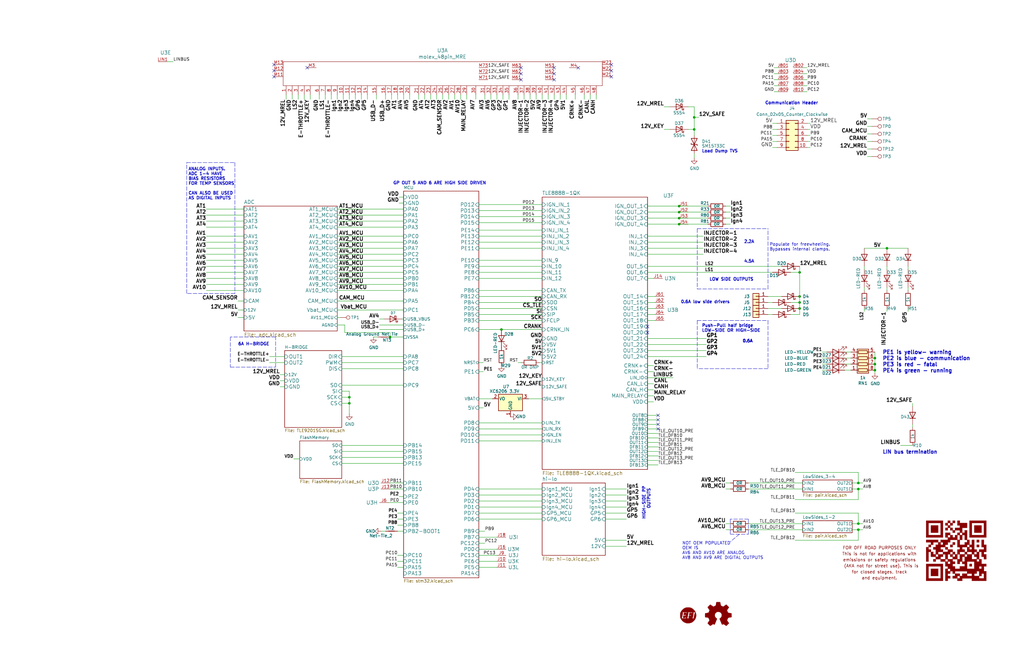
<source format=kicad_sch>
(kicad_sch (version 20250114) (generator "eeschema") (generator_version "9.0")
  (paper "B")
  (title_block (title "microRusEFI-2L") (date "2022-04-09") (rev "R0.6.0") (company "rusEFI.com") (comment 1 "Donald Becker") (comment 2 "AI6OD"))
  (text "GP OUT 5 AND 6 ARE HIGH SIDE DRIVEN" (at 165.735 78.105 0) (effects (font (size 1.27 1.27) (thickness 0.254) (bold yes)) (justify left bottom)))
  (text "6A H-BRIDGE" (at 100.33 146.05 0) (effects (font (size 1.27 1.27) (thickness 0.254) (bold yes)) (justify left bottom)))
  (text "Load Dump TVS\n\n" (at 295.91 66.675 0) (effects (font (size 1.27 1.27) (thickness 0.254) (bold yes)) (justify left bottom)))
  (text "0.6A" (at 313.055 144.78 0) (effects (font (size 1.27 1.27) (thickness 0.254) (bold yes)) (justify left bottom)))
  (text "0.6A low side drivers" (at 287.02 128.27 0) (effects (font (size 1.27 1.27) (thickness 0.254) (bold yes)) (justify left bottom)))
  (text "0.6A" (at 313.055 144.78 0) (effects (font (size 1.27 1.27) (thickness 0.254) (bold yes)) (justify left bottom)))
  (text "NOT OEM POPULATED\nOEM IS \nAV6 AND AV10 ARE ANALOG\nAV8 AND AV9 ARE DIGITAL OUTPUTS" (at 287.655 236.22 0) (effects (font (size 1.27 1.27)) (justify left bottom)))
  (text "Communication Header\n\n" (at 322.58 46.355 0) (effects (font (size 1.27 1.27) (thickness 0.254) (bold yes)) (justify left bottom)))
  (text "ANALOG INPUTS.\nADC 1-4 HAVE \nBIAS RESISTORS \nFOR TEMP SENSORS\n\nCAN ALSO BE USED \nAS DIGITAL INPUTS" (at 79.375 84.455 0) (effects (font (size 1.27 1.27) (thickness 0.254) (bold yes)) (justify left bottom)))
  (text "LOW SIDE OUTPUTS\n" (at 299.085 118.745 0) (effects (font (size 1.27 1.27) (thickness 0.254) (bold yes)) (justify left bottom)))
  (text "Push-Pull half bridge\nLOW-SIDE OR HIGH-SIDE" (at 295.91 140.335 0) (effects (font (size 1.27 1.27) (thickness 0.254) (bold yes)) (justify left bottom)))
  (text "4.5A" (at 313.69 111.125 0) (effects (font (size 1.27 1.27) (thickness 0.254) (bold yes)) (justify left bottom)))
  (text "PE1 is yellow- warning\nPE2 is blue - communication\nPE3 is red - fatal\nPE4 is green - running" (at 372.11 157.48 0) (effects (font (size 1.6002 1.6002) (thickness 0.32) (bold yes)) (justify left bottom)))
  (text "HIGH-SIDE PP\nOUTPUTS \n" (at 274.32 205.105 90) (effects (font (size 1.27 1.27) (thickness 0.254) (bold yes)) (justify right bottom)))
  (text "Populate for freewheeling.\nBypasses internal clamps." (at 324.485 106.045 0) (effects (font (size 1.27 1.27)) (justify left bottom)))
  (text "2.2A" (at 313.69 102.87 0) (effects (font (size 1.27 1.27) (thickness 0.254) (bold yes)) (justify left bottom)))
  (text "LIN bus termination" (at 372.11 191.77 0) (effects (font (size 1.524 1.524) (thickness 0.3048) (bold yes)) (justify left bottom)))
  (junction (at 368.935 156.21))
  (junction (at 286.385 86.995))
  (junction (at 337.185 125.095))
  (junction (at 361.95 206.375))
  (junction (at 361.95 223.52))
  (junction (at 337.185 127.635))
  (junction (at 292.735 49.53))
  (junction (at 286.385 89.535))
  (junction (at 337.185 130.175))
  (junction (at 368.935 153.67))
  (junction (at 337.185 114.935))
  (junction (at 292.735 54.61))
  (junction (at 361.95 203.835))
  (junction (at 368.935 151.13))
  (junction (at 361.95 220.98))
  (junction (at 286.385 92.075))
  (junction (at 374.015 104.775))
  (junction (at 147.32 170.18))
  (junction (at 286.385 94.615))
  (junction (at 147.32 167.64))
  (junction (at 211.455 139.065))
  (junction (at 164.465 142.24))
  (no_connect (at 233.68 28.575))
  (no_connect (at 115.57 27.305))
  (no_connect (at 233.68 33.655))
  (no_connect (at 243.84 28.575))
  (no_connect (at 219.71 33.655))
  (no_connect (at 257.81 32.385))
  (no_connect (at 277.495 177.165))
  (no_connect (at 257.81 29.845))
  (no_connect (at 219.71 28.575))
  (no_connect (at 273.05 140.335))
  (no_connect (at 115.57 29.845))
  (no_connect (at 277.495 175.26))
  (no_connect (at 233.68 31.115))
  (no_connect (at 277.495 180.975))
  (no_connect (at 129.54 28.575))
  (no_connect (at 115.57 32.385))
  (no_connect (at 257.81 27.305))
  (no_connect (at 277.495 179.07))
  (no_connect (at 219.71 31.115))
  (no_connect (at 273.05 137.795))
  (wire (pts (xy 201.93 211.455) (xy 228.6 211.455)))
  (wire (pts (xy 201.93 234.315) (xy 209.55 234.315)))
  (wire (pts (xy 382.905 121.285) (xy 382.905 122.555)))
  (wire (pts (xy 170.18 203.835) (xy 164.465 203.835)))
  (polyline (pts (xy 315.595 225.425) (xy 315.595 219.075)) (stroke (width 0) (type dash)))
  (wire (pts (xy 170.18 90.805) (xy 142.24 90.805)))
  (wire (pts (xy 264.16 211.455) (xy 255.27 211.455)))
  (wire (pts (xy 179.07 40.005) (xy 179.07 41.91)))
  (wire (pts (xy 189.23 40.005) (xy 189.23 41.91)))
  (wire (pts (xy 142.24 102.235) (xy 170.18 102.235)))
  (wire (pts (xy 306.07 206.375) (xy 307.975 206.375)))
  (wire (pts (xy 306.07 92.075) (xy 307.975 92.075)))
  (wire (pts (xy 326.39 28.575) (xy 328.295 28.575)))
  (wire (pts (xy 273.05 196.215) (xy 277.495 196.215)))
  (wire (pts (xy 273.05 104.775) (xy 296.545 104.775)))
  (wire (pts (xy 164.465 142.24) (xy 164.465 140.335)))
  (wire (pts (xy 273.05 154.305) (xy 275.59 154.305)))
  (wire (pts (xy 361.95 206.375) (xy 363.855 206.375)))
  (wire (pts (xy 273.05 99.695) (xy 296.545 99.695)))
  (wire (pts (xy 359.41 220.98) (xy 361.95 220.98)))
  (wire (pts (xy 242.57 40.005) (xy 242.57 41.91)))
  (wire (pts (xy 139.7 40.005) (xy 139.7 41.91)))
  (wire (pts (xy 340.36 57.15) (xy 341.63 57.15)))
  (wire (pts (xy 157.48 142.24) (xy 159.385 142.24)))
  (wire (pts (xy 167.64 224.155) (xy 170.18 224.155)))
  (wire (pts (xy 144.145 187.96) (xy 170.18 187.96)))
  (wire (pts (xy 273.05 180.975) (xy 277.495 180.975)))
  (wire (pts (xy 223.52 40.005) (xy 223.52 41.91)))
  (wire (pts (xy 374.015 104.775) (xy 364.49 104.775)))
  (wire (pts (xy 264.16 219.075) (xy 255.27 219.075)))
  (wire (pts (xy 273.05 107.315) (xy 296.545 107.315)))
  (polyline (pts (xy 294.005 135.255) (xy 294.005 155.575)) (stroke (width 0) (type dash)))
  (wire (pts (xy 323.85 127.635) (xy 325.755 127.635)))
  (wire (pts (xy 382.905 112.395) (xy 382.905 113.665)))
  (wire (pts (xy 248.92 40.005) (xy 248.92 41.91)))
  (wire (pts (xy 273.05 161.925) (xy 275.59 161.925)))
  (wire (pts (xy 273.05 188.595) (xy 277.495 188.595)))
  (wire (pts (xy 147.32 170.18) (xy 147.32 174.625)))
  (wire (pts (xy 273.05 135.255) (xy 276.225 135.255)))
  (wire (pts (xy 144.145 155.575) (xy 170.18 155.575)))
  (wire (pts (xy 120.65 40.005) (xy 120.65 41.91)))
  (polyline (pts (xy 116.205 142.24) (xy 97.155 142.24)) (stroke (width 0) (type dash)))
  (wire (pts (xy 361.95 227.965) (xy 361.95 223.52)))
  (wire (pts (xy 273.05 130.175) (xy 276.225 130.175)))
  (wire (pts (xy 382.905 104.775) (xy 374.015 104.775)))
  (wire (pts (xy 201.93 86.36) (xy 228.6 86.36)))
  (wire (pts (xy 361.95 220.98) (xy 363.855 220.98)))
  (wire (pts (xy 167.64 221.615) (xy 170.18 221.615)))
  (wire (pts (xy 170.18 234.315) (xy 167.64 234.315)))
  (wire (pts (xy 167.64 216.535) (xy 170.18 216.535)))
  (wire (pts (xy 368.935 153.67) (xy 368.935 156.21)))
  (wire (pts (xy 335.28 199.39) (xy 361.95 199.39)))
  (wire (pts (xy 338.455 36.195) (xy 340.36 36.195)))
  (wire (pts (xy 231.14 40.005) (xy 231.14 41.91)))
  (wire (pts (xy 326.39 36.195) (xy 328.295 36.195)))
  (wire (pts (xy 315.595 223.52) (xy 338.455 223.52)))
  (wire (pts (xy 340.36 59.69) (xy 341.63 59.69)))
  (wire (pts (xy 356.235 153.67) (xy 358.775 153.67)))
  (wire (pts (xy 368.935 157.48) (xy 368.935 156.21)))
  (wire (pts (xy 214.63 40.005) (xy 214.63 41.91)))
  (wire (pts (xy 335.28 210.82) (xy 361.95 210.82)))
  (wire (pts (xy 86.995 107.315) (xy 102.87 107.315)))
  (wire (pts (xy 170.18 95.885) (xy 142.24 95.885)))
  (wire (pts (xy 335.28 227.965) (xy 361.95 227.965)))
  (wire (pts (xy 170.18 239.395) (xy 167.64 239.395)))
  (wire (pts (xy 292.735 45.085) (xy 292.735 49.53)))
  (wire (pts (xy 236.22 40.005) (xy 236.22 41.91)))
  (wire (pts (xy 290.195 45.085) (xy 292.735 45.085)))
  (wire (pts (xy 181.61 40.005) (xy 181.61 41.91)))
  (wire (pts (xy 152.4 40.005) (xy 152.4 41.91)))
  (wire (pts (xy 264.16 216.535) (xy 255.27 216.535)))
  (wire (pts (xy 144.145 153.035) (xy 170.18 153.035)))
  (wire (pts (xy 86.995 122.555) (xy 102.87 122.555)))
  (wire (pts (xy 384.81 179.07) (xy 384.81 180.34)))
  (wire (pts (xy 374.015 112.395) (xy 374.015 113.665)))
  (wire (pts (xy 168.275 209.55) (xy 170.18 209.55)))
  (wire (pts (xy 273.05 182.88) (xy 277.495 182.88)))
  (wire (pts (xy 356.235 156.21) (xy 358.775 156.21)))
  (wire (pts (xy 340.36 52.07) (xy 341.63 52.07)))
  (wire (pts (xy 170.18 212.09) (xy 163.83 212.09)))
  (wire (pts (xy 142.24 114.935) (xy 170.18 114.935)))
  (wire (pts (xy 130.81 40.005) (xy 130.81 41.91)))
  (wire (pts (xy 340.36 62.23) (xy 341.63 62.23)))
  (wire (pts (xy 154.94 40.005) (xy 154.94 41.91)))
  (wire (pts (xy 170.18 195.58) (xy 144.145 195.58)))
  (wire (pts (xy 201.93 153.035) (xy 203.835 153.035)))
  (wire (pts (xy 184.15 40.005) (xy 184.15 41.91)))
  (wire (pts (xy 86.995 99.695) (xy 102.87 99.695)))
  (polyline (pts (xy 294.005 96.52) (xy 294.005 121.92)) (stroke (width 0) (type dash)))
  (wire (pts (xy 170.18 190.5) (xy 144.145 190.5)))
  (wire (pts (xy 323.85 125.095) (xy 329.565 125.095)))
  (polyline (pts (xy 307.975 225.425) (xy 315.595 225.425)) (stroke (width 0) (type dash)))
  (wire (pts (xy 118.11 158.115) (xy 120.015 158.115)))
  (wire (pts (xy 255.27 227.965) (xy 264.16 227.965)))
  (wire (pts (xy 286.385 94.615) (xy 298.45 94.615)))
  (wire (pts (xy 356.235 148.59) (xy 358.775 148.59)))
  (wire (pts (xy 306.07 203.835) (xy 307.975 203.835)))
  (wire (pts (xy 361.95 223.52) (xy 363.855 223.52)))
  (wire (pts (xy 346.71 153.67) (xy 348.615 153.67)))
  (wire (pts (xy 201.93 93.98) (xy 228.6 93.98)))
  (wire (pts (xy 365.76 50.165) (xy 367.665 50.165)))
  (wire (pts (xy 201.93 183.515) (xy 228.6 183.515)))
  (wire (pts (xy 338.455 38.735) (xy 340.36 38.735)))
  (wire (pts (xy 315.595 203.835) (xy 338.455 203.835)))
  (wire (pts (xy 365.76 53.34) (xy 367.665 53.34)))
  (wire (pts (xy 170.18 88.265) (xy 142.24 88.265)))
  (wire (pts (xy 120.015 150.495) (xy 113.665 150.495)))
  (wire (pts (xy 379.73 187.96) (xy 384.81 187.96)))
  (wire (pts (xy 306.07 86.995) (xy 307.975 86.995)))
  (wire (pts (xy 186.69 40.005) (xy 186.69 41.91)))
  (wire (pts (xy 201.93 213.995) (xy 228.6 213.995)))
  (wire (pts (xy 292.735 54.61) (xy 290.195 54.61)))
  (wire (pts (xy 142.24 120.015) (xy 170.18 120.015)))
  (wire (pts (xy 142.24 133.985) (xy 143.51 133.985)))
  (wire (pts (xy 158.75 40.005) (xy 158.75 41.91)))
  (wire (pts (xy 228.6 117.475) (xy 201.93 117.475)))
  (wire (pts (xy 123.825 193.675) (xy 126.365 193.675)))
  (wire (pts (xy 255.27 213.995) (xy 264.16 213.995)))
  (wire (pts (xy 361.95 203.835) (xy 363.855 203.835)))
  (wire (pts (xy 201.93 99.695) (xy 228.6 99.695)))
  (wire (pts (xy 361.95 216.535) (xy 361.95 220.98)))
  (wire (pts (xy 346.71 148.59) (xy 348.615 148.59)))
  (wire (pts (xy 160.02 139.065) (xy 170.18 139.065)))
  (wire (pts (xy 337.185 114.935) (xy 337.185 112.395)))
  (wire (pts (xy 201.93 226.695) (xy 209.55 226.695)))
  (wire (pts (xy 273.05 194.31) (xy 277.495 194.31)))
  (wire (pts (xy 325.755 59.69) (xy 327.66 59.69)))
  (wire (pts (xy 170.18 99.695) (xy 142.24 99.695)))
  (wire (pts (xy 365.76 62.865) (xy 367.665 62.865)))
  (wire (pts (xy 220.98 40.005) (xy 220.98 41.91)))
  (wire (pts (xy 368.935 148.59) (xy 368.935 151.13)))
  (wire (pts (xy 201.93 127.635) (xy 228.6 127.635)))
  (wire (pts (xy 338.455 33.655) (xy 340.36 33.655)))
  (wire (pts (xy 246.38 40.005) (xy 246.38 41.91)))
  (wire (pts (xy 144.145 165.1) (xy 147.32 165.1)))
  (wire (pts (xy 201.93 139.065) (xy 211.455 139.065)))
  (wire (pts (xy 100.33 130.81) (xy 102.87 130.81)))
  (polyline (pts (xy 323.85 135.255) (xy 323.85 155.575)) (stroke (width 0) (type dash)))
  (wire (pts (xy 176.53 40.005) (xy 176.53 41.91)))
  (wire (pts (xy 218.44 153.035) (xy 219.71 153.035)))
  (wire (pts (xy 201.93 91.44) (xy 228.6 91.44)))
  (wire (pts (xy 170.18 107.315) (xy 142.24 107.315)))
  (wire (pts (xy 280.035 45.085) (xy 282.575 45.085)))
  (wire (pts (xy 306.07 223.52) (xy 307.975 223.52)))
  (wire (pts (xy 201.93 239.395) (xy 209.55 239.395)))
  (wire (pts (xy 264.16 208.915) (xy 255.27 208.915)))
  (wire (pts (xy 364.49 121.285) (xy 364.49 122.555)))
  (wire (pts (xy 100.33 127) (xy 102.87 127)))
  (wire (pts (xy 137.16 40.005) (xy 137.16 41.91)))
  (wire (pts (xy 201.93 178.435) (xy 228.6 178.435)))
  (wire (pts (xy 273.05 112.395) (xy 329.565 112.395)))
  (wire (pts (xy 86.995 95.885) (xy 102.87 95.885)))
  (wire (pts (xy 168.275 83.185) (xy 170.18 83.185)))
  (wire (pts (xy 346.71 156.21) (xy 348.615 156.21)))
  (wire (pts (xy 142.24 112.395) (xy 170.18 112.395)))
  (wire (pts (xy 165.1 40.005) (xy 165.1 41.91)))
  (wire (pts (xy 228.6 40.005) (xy 228.6 41.91)))
  (wire (pts (xy 361.95 210.82) (xy 361.95 206.375)))
  (wire (pts (xy 273.05 190.5) (xy 277.495 190.5)))
  (polyline (pts (xy 78.74 123.825) (xy 78.74 68.58)) (stroke (width 0) (type dash)))
  (polyline (pts (xy 323.85 121.92) (xy 323.85 96.52)) (stroke (width 0) (type dash)))
  (polyline (pts (xy 315.595 219.075) (xy 307.975 219.075)) (stroke (width 0) (type dash)))
  (polyline (pts (xy 294.005 135.255) (xy 323.85 135.255)) (stroke (width 0) (type dash)))
  (wire (pts (xy 142.24 117.475) (xy 170.18 117.475)))
  (wire (pts (xy 144.145 193.04) (xy 170.18 193.04)))
  (wire (pts (xy 292.735 66.675) (xy 292.735 64.77)))
  (wire (pts (xy 167.64 236.855) (xy 170.18 236.855)))
  (wire (pts (xy 364.49 112.395) (xy 364.49 113.665)))
  (wire (pts (xy 147.32 167.64) (xy 147.32 170.18)))
  (wire (pts (xy 201.93 132.715) (xy 228.6 132.715)))
  (wire (pts (xy 201.93 97.155) (xy 228.6 97.155)))
  (wire (pts (xy 273.05 89.535) (xy 286.385 89.535)))
  (wire (pts (xy 323.85 132.715) (xy 325.755 132.715)))
  (wire (pts (xy 273.05 169.545) (xy 275.59 169.545)))
  (wire (pts (xy 365.76 66.04) (xy 367.665 66.04)))
  (wire (pts (xy 149.86 40.005) (xy 149.86 41.91)))
  (wire (pts (xy 70.485 26.035) (xy 73.025 26.035)))
  (wire (pts (xy 273.05 164.465) (xy 275.59 164.465)))
  (wire (pts (xy 273.05 156.845) (xy 275.59 156.845)))
  (wire (pts (xy 118.11 160.655) (xy 120.015 160.655)))
  (wire (pts (xy 201.93 206.375) (xy 228.6 206.375)))
  (wire (pts (xy 335.28 216.535) (xy 361.95 216.535)))
  (wire (pts (xy 286.385 86.995) (xy 298.45 86.995)))
  (wire (pts (xy 346.71 151.13) (xy 348.615 151.13)))
  (wire (pts (xy 325.755 52.07) (xy 327.66 52.07)))
  (wire (pts (xy 326.39 31.115) (xy 328.295 31.115)))
  (wire (pts (xy 306.07 89.535) (xy 307.975 89.535)))
  (wire (pts (xy 211.455 139.065) (xy 228.6 139.065)))
  (wire (pts (xy 170.18 93.345) (xy 142.24 93.345)))
  (wire (pts (xy 273.05 147.955) (xy 297.815 147.955)))
  (wire (pts (xy 160.02 137.16) (xy 170.18 137.16)))
  (wire (pts (xy 292.735 54.61) (xy 292.735 57.15)))
  (wire (pts (xy 292.735 49.53) (xy 292.735 54.61)))
  (wire (pts (xy 142.24 130.81) (xy 170.18 130.81)))
  (wire (pts (xy 201.93 168.275) (xy 207.645 168.275)))
  (wire (pts (xy 86.995 117.475) (xy 102.87 117.475)))
  (wire (pts (xy 201.93 216.535) (xy 228.6 216.535)))
  (wire (pts (xy 164.465 140.335) (xy 145.415 140.335)))
  (wire (pts (xy 196.85 40.005) (xy 196.85 41.91)))
  (wire (pts (xy 368.935 151.13) (xy 368.935 153.67)))
  (wire (pts (xy 212.09 40.005) (xy 212.09 41.91)))
  (wire (pts (xy 164.465 142.24) (xy 170.18 142.24)))
  (wire (pts (xy 201.93 229.235) (xy 204.47 229.235)))
  (wire (pts (xy 201.93 130.175) (xy 228.6 130.175)))
  (wire (pts (xy 142.24 127) (xy 170.18 127)))
  (wire (pts (xy 123.19 40.005) (xy 123.19 41.91)))
  (wire (pts (xy 356.235 151.13) (xy 358.775 151.13)))
  (wire (pts (xy 209.55 40.005) (xy 209.55 41.91)))
  (wire (pts (xy 323.85 130.175) (xy 329.565 130.175)))
  (wire (pts (xy 100.33 133.985) (xy 102.87 133.985)))
  (wire (pts (xy 144.145 167.64) (xy 147.32 167.64)))
  (wire (pts (xy 200.66 41.91) (xy 200.66 40.005)))
  (wire (pts (xy 374.015 121.285) (xy 374.015 122.555)))
  (wire (pts (xy 228.6 104.775) (xy 201.93 104.775)))
  (wire (pts (xy 218.44 40.005) (xy 218.44 41.91)))
  (wire (pts (xy 144.145 170.18) (xy 147.32 170.18)))
  (wire (pts (xy 292.735 49.53) (xy 294.64 49.53)))
  (wire (pts (xy 337.185 130.175) (xy 337.185 127.635)))
  (wire (pts (xy 255.27 230.505) (xy 264.16 230.505)))
  (wire (pts (xy 167.64 40.005) (xy 167.64 41.91)))
  (wire (pts (xy 273.05 159.385) (xy 283.845 159.385)))
  (wire (pts (xy 365.76 59.69) (xy 367.665 59.69)))
  (wire (pts (xy 201.93 156.845) (xy 203.835 156.845)))
  (wire (pts (xy 340.36 54.61) (xy 341.63 54.61)))
  (wire (pts (xy 273.05 117.475) (xy 275.59 117.475)))
  (wire (pts (xy 359.41 223.52) (xy 361.95 223.52)))
  (wire (pts (xy 144.78 40.005) (xy 144.78 41.91)))
  (wire (pts (xy 201.93 88.9) (xy 228.6 88.9)))
  (wire (pts (xy 227.33 153.035) (xy 228.6 153.035)))
  (wire (pts (xy 144.145 162.56) (xy 170.18 162.56)))
  (wire (pts (xy 169.545 134.62) (xy 170.18 134.62)))
  (wire (pts (xy 337.185 127.635) (xy 337.185 125.095)))
  (wire (pts (xy 359.41 206.375) (xy 361.95 206.375)))
  (wire (pts (xy 207.01 41.91) (xy 207.01 40.005)))
  (wire (pts (xy 86.995 93.345) (xy 102.87 93.345)))
  (wire (pts (xy 86.995 112.395) (xy 102.87 112.395)))
  (polyline (pts (xy 99.06 68.58) (xy 99.06 123.825)) (stroke (width 0) (type dash)))
  (wire (pts (xy 338.455 31.115) (xy 340.36 31.115)))
  (wire (pts (xy 264.16 206.375) (xy 255.27 206.375)))
  (wire (pts (xy 191.77 40.005) (xy 191.77 41.91)))
  (polyline (pts (xy 99.06 123.825) (xy 78.74 123.825)) (stroke (width 0) (type dash)))
  (wire (pts (xy 359.41 203.835) (xy 361.95 203.835)))
  (wire (pts (xy 201.93 208.915) (xy 228.6 208.915)))
  (wire (pts (xy 118.11 163.195) (xy 120.015 163.195)))
  (polyline (pts (xy 307.975 219.075) (xy 307.975 225.425)) (stroke (width 0) (type dash)))
  (wire (pts (xy 333.375 114.935) (xy 337.185 114.935)))
  (wire (pts (xy 273.05 132.715) (xy 276.225 132.715)))
  (wire (pts (xy 337.185 132.715) (xy 337.185 130.175)))
  (wire (pts (xy 273.05 167.005) (xy 275.59 167.005)))
  (wire (pts (xy 325.755 57.15) (xy 327.66 57.15)))
  (wire (pts (xy 251.46 40.005) (xy 251.46 41.91)))
  (wire (pts (xy 201.93 102.235) (xy 228.6 102.235)))
  (wire (pts (xy 86.995 102.235) (xy 102.87 102.235)))
  (wire (pts (xy 286.385 89.535) (xy 298.45 89.535)))
  (wire (pts (xy 273.05 86.995) (xy 286.385 86.995)))
  (wire (pts (xy 384.81 170.18) (xy 384.81 171.45)))
  (wire (pts (xy 228.6 109.855) (xy 201.93 109.855)))
  (wire (pts (xy 142.24 122.555) (xy 170.18 122.555)))
  (wire (pts (xy 315.595 220.98) (xy 338.455 220.98)))
  (wire (pts (xy 337.185 125.095) (xy 337.185 114.935)))
  (wire (pts (xy 228.6 186.055) (xy 201.93 186.055)))
  (wire (pts (xy 201.93 122.555) (xy 228.6 122.555)))
  (wire (pts (xy 201.93 224.155) (xy 204.47 224.155)))
  (wire (pts (xy 273.05 179.07) (xy 277.495 179.07)))
  (wire (pts (xy 238.76 40.005) (xy 238.76 41.91)))
  (wire (pts (xy 147.32 40.005) (xy 147.32 41.91)))
  (wire (pts (xy 172.72 40.005) (xy 172.72 41.91)))
  (wire (pts (xy 273.05 145.415) (xy 297.815 145.415)))
  (wire (pts (xy 194.31 40.005) (xy 194.31 41.91)))
  (wire (pts (xy 86.995 114.935) (xy 102.87 114.935)))
  (wire (pts (xy 273.05 175.26) (xy 277.495 175.26)))
  (wire (pts (xy 326.39 33.655) (xy 328.295 33.655)))
  (wire (pts (xy 142.24 40.005) (xy 142.24 41.91)))
  (polyline (pts (xy 311.785 225.425) (xy 307.975 228.6)) (stroke (width 0) (type dash)))
  (wire (pts (xy 170.18 40.005) (xy 170.18 41.91)))
  (wire (pts (xy 201.93 236.855) (xy 209.55 236.855)))
  (polyline (pts (xy 78.74 68.58) (xy 99.06 68.58)) (stroke (width 0) (type dash)))
  (wire (pts (xy 315.595 206.375) (xy 338.455 206.375)))
  (wire (pts (xy 204.47 40.005) (xy 204.47 41.91)))
  (wire (pts (xy 374.015 130.175) (xy 374.015 131.445)))
  (wire (pts (xy 273.05 125.095) (xy 276.225 125.095)))
  (wire (pts (xy 201.93 219.075) (xy 228.6 219.075)))
  (polyline (pts (xy 294.005 96.52) (xy 323.85 96.52)) (stroke (width 0) (type dash)))
  (wire (pts (xy 201.93 172.085) (xy 203.835 172.085)))
  (wire (pts (xy 86.995 104.775) (xy 102.87 104.775)))
  (wire (pts (xy 222.885 168.275) (xy 228.6 168.275)))
  (wire (pts (xy 286.385 92.075) (xy 298.45 92.075)))
  (wire (pts (xy 145.415 137.16) (xy 142.24 137.16)))
  (wire (pts (xy 160.655 224.155) (xy 162.56 224.155)))
  (wire (pts (xy 125.73 40.005) (xy 125.73 41.91)))
  (wire (pts (xy 273.05 192.405) (xy 277.495 192.405)))
  (wire (pts (xy 364.49 130.175) (xy 364.49 131.445)))
  (wire (pts (xy 233.68 40.005) (xy 233.68 41.91)))
  (wire (pts (xy 167.64 219.075) (xy 170.18 219.075)))
  (wire (pts (xy 326.39 38.735) (xy 328.295 38.735)))
  (wire (pts (xy 273.05 142.875) (xy 297.815 142.875)))
  (polyline (pts (xy 323.85 155.575) (xy 294.005 155.575)) (stroke (width 0) (type dash)))
  (wire (pts (xy 273.05 114.935) (xy 325.755 114.935)))
  (wire (pts (xy 86.995 120.015) (xy 102.87 120.015)))
  (polyline (pts (xy 294.005 121.92) (xy 323.85 121.92)) (stroke (width 0) (type dash)))
  (wire (pts (xy 273.05 186.69) (xy 277.495 186.69)))
  (wire (pts (xy 168.275 85.725) (xy 170.18 85.725)))
  (wire (pts (xy 134.62 40.005) (xy 134.62 41.91)))
  (wire (pts (xy 228.6 112.395) (xy 201.93 112.395)))
  (wire (pts (xy 86.995 88.265) (xy 102.87 88.265)))
  (wire (pts (xy 201.93 180.975) (xy 228.6 180.975)))
  (wire (pts (xy 273.05 184.785) (xy 277.495 184.785)))
  (wire (pts (xy 162.56 40.005) (xy 162.56 41.91)))
  (wire (pts (xy 273.05 177.165) (xy 277.495 177.165)))
  (wire (pts (xy 128.27 40.005) (xy 128.27 41.91)))
  (wire (pts (xy 120.015 153.035) (xy 113.665 153.035)))
  (wire (pts (xy 170.18 109.855) (xy 142.24 109.855)))
  (wire (pts (xy 86.995 90.805) (xy 102.87 90.805)))
  (wire (pts (xy 325.755 54.61) (xy 327.66 54.61)))
  (wire (pts (xy 306.07 220.98) (xy 307.975 220.98)))
  (wire (pts (xy 145.415 140.335) (xy 145.415 137.16)))
  (wire (pts (xy 361.95 199.39) (xy 361.95 203.835)))
  (wire (pts (xy 333.375 132.715) (xy 337.185 132.715)))
  (wire (pts (xy 365.76 56.515) (xy 367.665 56.515)))
  (polyline (pts (xy 97.155 142.24) (xy 97.155 154.94)) (stroke (width 0) (type dash)))
  (wire (pts (xy 226.06 40.005) (xy 226.06 41.91)))
  (wire (pts (xy 306.07 94.615) (xy 307.975 94.615)))
  (wire (pts (xy 228.6 114.935) (xy 201.93 114.935)))
  (wire (pts (xy 160.02 134.62) (xy 161.925 134.62)))
  (wire (pts (xy 201.93 231.775) (xy 209.55 231.775)))
  (wire (pts (xy 144.145 150.495) (xy 170.18 150.495)))
  (wire (pts (xy 273.05 92.075) (xy 286.385 92.075)))
  (polyline (pts (xy 116.205 154.94) (xy 116.205 142.24)) (stroke (width 0) (type dash)))
  (wire (pts (xy 147.32 165.1) (xy 147.32 167.64)))
  (wire (pts (xy 86.995 109.855) (xy 102.87 109.855)))
  (polyline (pts (xy 97.155 154.94) (xy 116.205 154.94)) (stroke (width 0) (type dash)))
  (wire (pts (xy 333.375 127.635) (xy 337.185 127.635)))
  (wire (pts (xy 338.455 28.575) (xy 340.36 28.575)))
  (wire (pts (xy 273.05 150.495) (xy 297.815 150.495)))
  (wire (pts (xy 325.755 62.23) (xy 327.66 62.23)))
  (wire (pts (xy 170.18 104.775) (xy 142.24 104.775)))
  (wire (pts (xy 280.035 54.61) (xy 282.575 54.61)))
  (wire (pts (xy 201.93 125.095) (xy 228.6 125.095)))
  (wire (pts (xy 170.18 206.375) (xy 164.465 206.375)))
  (wire (pts (xy 201.93 135.255) (xy 228.6 135.255)))
  (wire (pts (xy 273.05 102.235) (xy 296.545 102.235)))
  (wire (pts (xy 273.05 127.635) (xy 276.225 127.635)))
  (wire (pts (xy 382.905 130.175) (xy 382.905 131.445)))
  (wire (pts (xy 273.05 94.615) (xy 286.385 94.615)))
  (label "CANL" (at 248.92 41.91 270) (effects (font (size 1.524 1.524) (thickness 0.3048) (bold yes))))
  (label "12V_MREL" (at 280.035 45.085 180) (effects (font (size 1.524 1.524) (thickness 0.3048) (bold yes))))
  (label "AV9" (at 363.855 203.835 0))
  (label "LS2" (at 125.73 41.91 270) (effects (font (size 1.524 1.524) (thickness 0.3048) (bold yes))))
  (label "AV10" (at 86.995 122.555 180) (effects (font (size 1.524 1.524) (thickness 0.3048) (bold yes))))
  (label "PA15" (at 326.39 36.195 180))
  (label "12V_SAFE" (at 205.74 31.115 0))
  (label "TLE_OUT13_PRE" (at 335.28 220.98 180))
  (label "E-THROTTLE+" (at 128.27 41.91 270) (effects (font (size 1.524 1.524) (thickness 0.3048) (bold yes))))
  (label "PC10" (at 167.64 234.315 180))
  (label "AT4_MCU" (at 142.875 95.885 0) (effects (font (size 1.524 1.524) (thickness 0.3048) (bold yes))))
  (label "PC13" (at 203.835 234.315 0))
  (label "CAM_MCU" (at 142.875 127 0) (effects (font (size 1.524 1.524) (thickness 0.3048) (bold yes))))
  (label "AV9" (at 228.6 41.91 270) (effects (font (size 1.524 1.524) (thickness 0.3048) (bold yes))))
  (label "INJECTOR-4" (at 296.545 107.315 0) (effects (font (size 1.524 1.524) (thickness 0.3048) (bold yes))))
  (label "INJECTOR-3" (at 296.545 104.775 0) (effects (font (size 1.524 1.524) (thickness 0.3048) (bold yes))))
  (label "TLE_DFB10" (at 335.28 199.39 180))
  (label "AV3" (at 86.995 104.775 180) (effects (font (size 1.524 1.524) (thickness 0.3048) (bold yes))))
  (label "E-THROTTLE-" (at 113.665 153.035 180) (effects (font (thickness 0.254) (bold yes))))
  (label "12V_MREL" (at 120.65 41.91 270) (effects (font (size 1.524 1.524) (thickness 0.3048) (bold yes))))
  (label "TLE_DFB11" (at 277.495 188.595 0))
  (label "CRANK" (at 228.6 139.065 180) (effects (font (size 1.524 1.524) (thickness 0.3048) (bold yes))))
  (label "AV9" (at 86.995 120.015 180) (effects (font (size 1.524 1.524) (thickness 0.3048) (bold yes))))
  (label "AT3" (at 86.995 93.345 180) (effects (font (size 1.524 1.524) (thickness 0.3048) (bold yes))))
  (label "5V" (at 100.33 133.985 180) (effects (font (size 1.524 1.524) (thickness 0.3048) (bold yes))))
  (label "AT3_MCU" (at 142.875 93.345 0) (effects (font (size 1.524 1.524) (thickness 0.3048) (bold yes))))
  (label "TLE_DFB12" (at 335.28 227.965 180))
  (label "AV10_MCU" (at 142.875 122.555 0) (effects (font (size 1.524 1.524) (thickness 0.3048) (bold yes))))
  (label "VDD" (at 340.36 31.115 0))
  (label "TLE_OUT11_PRE" (at 335.28 206.375 180))
  (label "AV4_MCU" (at 142.875 107.315 0) (effects (font (size 1.524 1.524) (thickness 0.3048) (bold yes))))
  (label "GP2" (at 212.09 41.91 270) (effects (font (size 1.524 1.524) (thickness 0.3048) (bold yes))))
  (label "AV6" (at 207.01 41.91 270) (effects (font (size 1.524 1.524) (thickness 0.3048) (bold yes))))
  (label "AV8_MCU" (at 306.07 206.375 180) (effects (font (size 1.524 1.524) (thickness 0.3048) (bold yes))))
  (label "AT1" (at 167.64 41.91 270) (effects (font (size 1.524 1.524) (thickness 0.3048) (bold yes))))
  (label "PB10" (at 169.545 206.375 180))
  (label "12V_MREL" (at 337.185 112.395 0) (effects (font (size 1.524 1.524) (thickness 0.3048) (bold yes))))
  (label "INJECTOR-3" (at 231.14 41.91 270) (effects (font (size 1.524 1.524) (thickness 0.3048) (bold yes))))
  (label "PE2" (at 168.275 209.55 180) (effects (font (thickness 0.254) (bold yes))))
  (label "GP3" (at 209.55 41.91 270) (effects (font (size 1.524 1.524) (thickness 0.3048) (bold yes))))
  (label "SI" (at 228.6 132.715 180) (effects (font (size 1.524 1.524) (thickness 0.3048) (bold yes))))
  (label "12V_MREL" (at 264.16 230.505 0) (effects (font (size 1.524 1.524) (thickness 0.3048) (bold yes))))
  (label "INJECTOR-2" (at 223.52 41.91 270) (effects (font (size 1.524 1.524) (thickness 0.3048) (bold yes))))
  (label "5V" (at 203.835 172.085 0) (effects (font (size 1.524 1.524) (thickness 0.3048) (bold yes))))
  (label "TLE_OUT13_PRE" (at 277.495 194.31 0))
  (label "PD12" (at 225.425 86.36 180))
  (label "5V" (at 228.6 145.415 180) (effects (font (size 1.524 1.524) (thickness 0.3048) (bold yes))))
  (label "AV8" (at 363.855 206.375 0))
  (label "AV5" (at 86.995 109.855 180) (effects (font (size 1.524 1.524) (thickness 0.3048) (bold yes))))
  (label "PC12" (at 204.47 229.235 0))
  (label "GND" (at 325.755 62.23 180) (effects (font (size 1.524 1.524))))
  (label "PB11" (at 169.545 203.835 180))
  (label "5V1" (at 228.6 147.955 180) (effects (font (size 1.524 1.524) (thickness 0.3048) (bold yes))))
  (label "AT2" (at 86.995 90.805 180) (effects (font (size 1.524 1.524) (thickness 0.3048) (bold yes))))
  (label "E-THROTTLE-" (at 139.7 41.91 270) (effects (font (size 1.524 1.524) (thickness 0.3048) (bold yes))))
  (label "12V_SAFE" (at 205.74 33.655 0))
  (label "GP4" (at 297.815 150.495 0) (effects (font (size 1.524 1.524) (thickness 0.3048) (bold yes))))
  (label "CAM_SENSOR" (at 100.33 127 180) (effects (font (size 1.524 1.524) (thickness 0.3048) (bold yes))))
  (label "MAIN_RELAY" (at 196.85 41.91 270) (effects (font (size 1.524 1.524) (thickness 0.3048) (bold yes))))
  (label "AT3" (at 184.15 41.91 270) (effects (font (size 1.524 1.524) (thickness 0.3048) (bold yes))))
  (label "LINBUS" (at 379.73 187.96 180) (effects (font (size 1.524 1.524) (thickness 0.3048) (bold yes))))
  (label "Ign1" (at 142.24 41.91 270) (effects (font (size 1.524 1.524) (thickness 0.3048) (bold yes))))
  (label "GP2" (at 297.815 145.415 0) (effects (font (size 1.524 1.524) (thickness 0.3048) (bold yes))))
  (label "TLE_DFB12" (at 277.495 192.405 0))
  (label "INJECTOR-1" (at 220.98 41.91 270) (effects (font (size 1.524 1.524) (thickness 0.3048) (bold yes))))
  (label "USB_D+" (at 160.02 139.065 180) (effects (font (thickness 0.254) (bold yes))))
  (label "PE4" (at 346.71 156.21 180) (effects (font (thickness 0.254) (bold yes))))
  (label "12V_SAFE" (at 205.74 28.575 0))
  (label "E-THROTTLE+" (at 113.665 150.495 180) (effects (font (thickness 0.254) (bold yes))))
  (label "5V" (at 325.755 52.07 180) (effects (font (size 1.524 1.524))))
  (label "12V_MREL" (at 365.76 62.865 180) (effects (font (size 1.524 1.524) (thickness 0.3048) (bold yes))))
  (label "Ign4" (at 264.16 213.995 0) (effects (font (size 1.524 1.524) (thickness 0.3048) (bold yes))))
  (label "CRNK-" (at 275.59 156.845 0) (effects (font (size 1.524 1.524) (thickness 0.3048) (bold yes))))
  (label "AV8_MCU" (at 142.875 117.475 0) (effects (font (size 1.524 1.524) (thickness 0.3048) (bold yes))))
  (label "INJECTOR-2" (at 296.545 102.235 0) (effects (font (size 1.524 1.524) (thickness 0.3048) (bold yes))))
  (label "CANH" (at 251.46 41.91 270) (effects (font (size 1.524 1.524) (thickness 0.3048) (bold yes))))
  (label "LS1" (at 137.16 41.91 270) (effects (font (size 1.524 1.524) (thickness 0.3048) (bold yes))))
  (label "PD14" (at 225.425 91.44 180))
  (label "CRNK+" (at 275.59 154.305 0) (effects (font (size 1.524 1.524) (thickness 0.3048) (bold yes))))
  (label "GP4" (at 236.22 41.91 270) (effects (font (size 1.524 1.524) (thickness 0.3048) (bold yes))))
  (label "GND" (at 134.62 41.91 270) (effects (font (size 1.524 1.524) (thickness 0.3048) (bold yes))))
  (label "LS2" (at 364.49 131.445 270) (effects (font (thickness 0.254) (bold yes))))
  (label "5V2" (at 226.06 41.91 270) (effects (font (size 1.524 1.524) (thickness 0.3048) (bold yes))))
  (label "AV6" (at 86.995 112.395 180) (effects (font (size 1.524 1.524) (thickness 0.3048) (bold yes))))
  (label "AV4" (at 86.995 107.315 180) (effects (font (size 1.524 1.524) (thickness 0.3048) (bold yes))))
  (label "Ign3" (at 264.16 211.455 0) (effects (font (size 1.524 1.524) (thickness 0.3048) (bold yes))))
  (label "12V_MREL" (at 341.63 52.07 0) (effects (font (size 1.524 1.524))))
  (label "AV10" (at 363.855 220.98 0))
  (label "RST" (at 203.835 153.035 0))
  (label "AV3_MCU" (at 142.875 104.775 0) (effects (font (size 1.524 1.524) (thickness 0.3048) (bold yes))))
  (label "AV9_MCU" (at 306.07 203.835 180) (effects (font (size 1.524 1.524) (thickness 0.3048) (bold yes))))
  (label "12V_SAFE" (at 294.64 49.53 0) (effects (font (size 1.524 1.524) (thickness 0.3048) (bold yes))))
  (label "GND" (at 365.76 53.34 180) (effects (font (size 1.524 1.524) (thickness 0.3048) (bold yes))))
  (label "Vbat_MCU" (at 143.51 130.81 0) (effects (font (size 1.524 1.524) (thickness 0.3048) (bold yes))))
  (label "GP1" (at 297.815 142.875 0) (effects (font (size 1.524 1.524) (thickness 0.3048) (bold yes))))
  (label "PB9" (at 340.36 33.655 0))
  (label "PA15" (at 167.64 239.395 180))
  (label "USB_D-" (at 158.75 41.91 270) (effects (font (size 1.524 1.524) (thickness 0.3048) (bold yes))))
  (label "SO" (at 228.6 127.635 180) (effects (font (size 1.524 1.524) (thickness 0.3048) (bold yes))))
  (label "GP3" (at 297.815 147.955 0) (effects (font (size 1.524 1.524) (thickness 0.3048) (bold yes))))
  (label "CRANK" (at 365.76 59.69 180) (effects (font (size 1.524 1.524) (thickness 0.3048) (bold yes))))
  (label "VDD" (at 118.11 160.655 180) (effects (font (size 1.524 1.524) (thickness 0.3048) (bold yes))))
  (label "AV8" (at 218.44 41.91 270) (effects (font (size 1.524 1.524) (thickness 0.3048) (bold yes))))
  (label "SCK" (at 228.6 135.255 180) (effects (font (size 1.524 1.524) (thickness 0.3048) (bold yes))))
  (label "12V_MREL" (at 118.11 158.115 180) (effects (font (size 1.524 1.524) (thickness 0.3048) (bold yes))))
  (label "PB8" (at 326.39 31.115 180))
  (label "TLE_DFB11" (at 335.28 210.82 180))
  (label "PE3" (at 346.71 153.67 180) (effects (font (thickness 0.254) (bold yes))))
  (label "AV4" (at 170.18 41.91 270) (effects (font (size 1.524 1.524) (thickness 0.3048) (bold yes))))
  (label "PC11" (at 326.39 33.655 180))
  (label "TLE_DFB13" (at 277.495 196.215 0))
  (label "GP4" (at 297.815 150.495 0) (effects (font (size 1.524 1.524) (thickness 0.3048) (bold yes))))
  (label "PE2" (at 346.71 151.13 180) (effects (font (thickness 0.254) (bold yes))))
  (label "Ign1" (at 307.975 86.995 0) (effects (font (size 1.524 1.524) (thickness 0.3048) (bold yes))))
  (label "GP5" (at 264.16 216.535 0) (effects (font (size 1.524 1.524) (thickness 0.3048) (bold yes))))
  (label "VDD" (at 365.76 66.04 180) (effects (font (size 1.524 1.524) (thickness 0.3048) (bold yes))))
  (label "PB8" (at 325.755 54.61 180))
  (label "12V_MREL" (at 100.33 130.81 180) (effects (font (size 1.524 1.524) (thickness 0.3048) (bold yes))))
  (label "AV5_MCU" (at 142.875 109.855 0) (effects (font (size 1.524 1.524) (thickness 0.3048) (bold yes))))
  (label "CRNK-" (at 246.38 41.91 270) (effects (font (size 1.524 1.524) (thickness 0.3048) (bold yes))))
  (label "AV10" (at 194.31 41.91 270) (effects (font (size 1.524 1.524) (thickness 0.3048) (bold yes))))
  (label "AT1" (at 86.995 88.265 180) (effects (font (size 1.524 1.524) (thickness 0.3048) (bold yes))))
  (label "PC11" (at 325.755 57.15 180))
  (label "TLE_OUT10_PRE" (at 277.495 182.88 0))
  (label "5V" (at 264.16 227.965 0) (effects (font (size 1.524 1.524) (thickness 0.3048) (bold yes))))
  (label "AT2_MCU" (at 142.875 90.805 0) (effects (font (size 1.524 1.524) (thickness 0.3048) (bold yes))))
  (label "CS_TLE" (at 228.6 130.175 180) (effects (font (size 1.524 1.524) (thickness 0.3048) (bold yes))))
  (label "Ign3" (at 147.32 41.91 270) (effects (font (size 1.524 1.524) (thickness 0.3048) (bold yes))))
  (label "AV3" (at 204.47 41.91 270) (effects (font (size 1.524 1.524) (thickness 0.3048) (bold yes))))
  (label "CRNK+" (at 242.57 41.91 270) (effects (font (size 1.524 1.524) (thickness 0.3048) (bold yes))))
  (label "5V1" (at 238.76 41.91 270) (effects (font (size 1.524 1.524) (thickness 0.3048) (bold yes))))
  (label "12V_SAFE" (at 384.81 170.18 180) (effects (font (size 1.524 1.524) (thickness 0.3048) (bold yes))))
  (label "GND" (at 168.275 85.725 180) (effects (font (size 1.524 1.524) (thickness 0.3048) (bold yes))))
  (label "GP5" (at 154.94 41.91 270) (effects (font (size 1.524 1.524) (thickness 0.3048) (bold yes))))
  (label "GP6" (at 152.4 41.91 270) (effects (font (size 1.524 1.524) (thickness 0.3048) (bold yes))))
  (label "TLE_OUT11_PRE" (at 277.495 186.69 0))
  (label "PC10" (at 341.63 59.69 0))
  (label "VDD" (at 275.59 169.545 0) (effects (font (size 1.524 1.524) (thickness 0.3048) (bold yes))))
  (label "VDD" (at 341.63 54.61 0) (effects (font (size 1.524 1.524))))
  (label "AV6_MCU" (at 142.875 112.395 0) (effects (font (size 1.524 1.524) (thickness 0.3048) (bold yes))))
  (label "5V2" (at 228.6 150.495 180) (effects (font (size 1.524 1.524) (thickness 0.3048) (bold yes))))
  (label "AV2" (at 86.995 102.235 180) (effects (font (size 1.524 1.524) (thickness 0.3048) (bold yes))))
  (label "INJECTOR-1" (at 374.015 131.445 270) (effects (font (size 1.524 1.524) (thickness 0.3048) (bold yes))))
  (label "LS2" (at 297.18 112.395 0) (effects (font (thickness 0.254) (bold yes))))
  (label "AV8" (at 86.995 117.475 180) (effects (font (size 1.524 1.524) (thickness 0.3048) (bold yes))))
  (label "AV10_MCU" (at 306.07 220.98 180) (effects (font (size 1.524 1.524) (thickness 0.3048) (bold yes))))
  (label "Ign4" (at 149.86 41.91 270) (effects (font (size 1.524 1.524) (thickness 0.3048) (bold yes))))
  (label "TLE_DFB10" (at 277.495 184.785 0))
  (label "GND" (at 176.53 41.91 270) (effects (font (size 1.524 1.524) (thickness 0.3048) (bold yes))))
  (label "AV2" (at 189.23 41.91 270) (effects (font (size 1.524 1.524) (thickness 0.3048) (bold yes))))
  (label "PC12" (at 341.63 62.23 0))
  (label "AV5" (at 172.72 41.91 270) (effects (font (size 1.524 1.524) (thickness 0.3048) (bold yes))))
  (label "AV7" (at 200.66 41.91 270) (effects (font (size 1.524 1.524) (thickness 0.3048) (bold yes))))
  (label "GP1" (at 214.63 41.91 270) (effects (font (size 1.524 1.524) (thickness 0.3048) (bold yes))))
  (label "PE1" (at 203.835 156.845 0) (effects (font (thickness 0.254) (bold yes))))
  (label "RST" (at 218.44 153.035 180))
  (label "VDD" (at 123.825 193.675 180) (effects (font (thickness 0.254) (bold yes))))
  (label "MAIN_RELAY" (at 275.59 167.005 0) (effects (font (size 1.524 1.524) (thickness 0.3048) (bold yes))))
  (label "PC12" (at 340.36 38.735 0))
  (label "USB_D+" (at 162.56 41.91 270) (effects (font (size 1.524 1.524) (thickness 0.3048) (bold yes))))
  (label "GND" (at 326.39 38.735 180))
  (label "TLE_OUT12_PRE" (at 277.495 190.5 0))
  (label "12V_KEY" (at 228.6 160.02 180) (effects (font (size 1.524 1.524) (thickness 0.3048) (bold yes))))
  (label "LINBUS" (at 73.025 26.035 0))
  (label "USB_D-" (at 160.02 137.16 180) (effects (font (thickness 0.254) (bold yes))))
  (label "12V_KEY" (at 280.035 54.61 180) (effects (font (size 1.524 1.524) (thickness 0.3048) (bold yes))))
  (label "GND" (at 118.11 163.195 180) (effects (font (size 1.524 1.524) (thickness 0.3048) (bold yes))))
  (label "TLE_OUT10_PRE" (at 335.28 203.835 180))
  (label "Ign1" (at 264.16 206.375 0) (effects (font (size 1.524 1.524) (thickness 0.3048) (bold yes))))
  (label "AV7_MCU" (at 142.875 114.935 0) (effects (font (size 1.524 1.524) (thickness 0.3048) (bold yes))))
  (label "5V" (at 365.76 50.165 180) (effects (font (size 1.524 1.524) (thickness 0.3048) (bold yes))))
  (label "AV6" (at 363.855 223.52 0))
  (label "AV9_MCU" (at 142.875 120.015 0) (effects (font (size 1.524 1.524) (thickness 0.3048) (bold yes))))
  (label "GND" (at 228.6 142.875 180) (effects (font (size 1.524 1.524) (thickness 0.3048) (bold yes))))
  (label "AV2_MCU" (at 142.875 102.235 0) (effects (font (size 1.524 1.524) (thickness 0.3048) (bold yes))))
  (label "AT1_MCU" (at 142.875 88.265 0) (effects (font (size 1.524 1.524) (thickness 0.3048) (bold yes))))
  (label "INJECTOR-4" (at 233.68 41.91 270) (effects (font (size 1.524 1.524) (thickness 0.3048) (bold yes))))
  (label "AV1_MCU" (at 142.875 99.695 0) (effects (font (size 1.524 1.524) (thickness 0.3048) (bold yes))))
  (label "PE0" (at 168.275 212.09 180))
  (label "PD15" (at 225.425 93.98 180))
  (label "Ign2" (at 144.78 41.91 270) (effects (font (size 1.524 1.524) (thickness 0.3048) (bold yes))))
  (label "AV7" (at 86.995 114.935 180) (effects (font (size 1.524 1.524) (thickness 0.3048) (bold yes))))
  (label "VDD" (at 168.275 83.185 180) (effects (font (size 1.524 1.524) (thickness 0.3048) (bold yes))))
  (label "LINBUS" (at 283.845 159.385 180) (effects (font (size 1.524 1.524) (thickness 0.3048) (bold yes))))
  (label "PB8" (at 167.64 221.615 180) (effects (font (thickness 0.254) (bold yes))))
  (label "LS1" (at 297.18 114.935 0) (effects (font (thickness 0.254) (bold yes))))
  (label "AV6_MCU" (at 306.07 223.52 180) (effects (font (size 1.524 1.524) (thickness 0.3048) (bold yes))))
  (label "Ign2" (at 307.975 89.535 0) (effects (font (size 1.524 1.524) (thickness 0.3048) (bold yes))))
  (label "AT4" (at 86.995 95.885 180) (effects (font (size 1.524 1.524) (thickness 0.3048) (bold yes))))
  (label "CANL" (at 275.59 161.925 0) (effects (font (size 1.524 1.524) (thickness 0.3048) (bold yes))))
  (label "GP5" (at 382.905 131.445 270) (effects (font (size 1.524 1.524) (thickness 0.3048) (bold yes))))
  (label "GND" (at 165.1 41.91 270) (effects (font (size 1.524 1.524) (thickness 0.3048) (bold yes))))
  (label "Ign3" (at 307.975 92.075 0) (effects (font (size 1.524 1.524) (thickness 0.3048) (bold yes))))
  (label "AV4" (at 160.02 134.62 180) (effects (font (size 1.524 1.524) (thickness 0.3048) (bold yes))))
  (label "PC11" (at 167.64 236.855 180))
  (label "GND" (at 123.19 41.91 270) (effects (font (size 1.524 1.524) (thickness 0.3048) (bold yes))))
  (label "PB9" (at 341.63 57.15 0))
  (label "TLE_OUT12_PRE" (at 335.28 223.52 180))
  (label "AT4" (at 179.07 41.91 270) (effects (font (size 1.524 1.524) (thickness 0.3048) (bold yes))))
  (label "PA15" (at 325.755 59.69 180))
  (label "AV1" (at 86.995 99.695 180) (effects (font (size 1.524 1.524) (thickness 0.3048) (bold yes))))
  (label "TLE_DFB13" (at 335.28 216.535 180))
  (label "PE4" (at 167.64 216.535 180) (effects (font (thickness 0.254) (bold yes))))
  (label "12V_KEY" (at 130.81 41.91 270) (effects (font (size 1.524 1.524) (thickness 0.3048) (bold yes))))
  (label "CANH" (at 275.59 164.465 0) (effects (font (size 1.524 1.524) (thickness 0.3048) (bold yes))))
  (label "AT2" (at 181.61 41.91 270) (effects (font (size 1.524 1.524) (thickness 0.3048) (bold yes))))
  (label "Ign4" (at 307.975 94.615 0) (effects (font (size 1.524 1.524) (thickness 0.3048) (bold yes))))
  (label "5V" (at 371.475 104.775 180) (effects (font (size 1.524 1.524) (thickness 0.3048) (bold yes))))
  (label "12V_SAFE" (at 228.6 163.195 180) (effects (font (size 1.524 1.524) (thickness 0.3048) (bold yes))))
  (label "PB9" (at 204.47 224.155 0))
  (label "AV1" (at 191.77 41.91 270) (effects (font (size 1.524 1.524) (thickness 0.3048) (bold yes))))
  (label "GP1" (at 297.815 142.875 0) (effects (font (size 1.524 1.524) (thickness 0.3048) (bold yes))))
  (label "GP2" (at 297.815 145.415 0) (effects (font (size 1.524 1.524) (thickness 0.3048) (bold yes))))
  (label "5V" (at 326.39 28.575 180))
  (label "GP6" (at 264.16 219.075 0) (effects (font (size 1.524 1.524) (thickness 0.3048) (bold yes))))
  (label "INJECTOR-1" (at 296.545 99.695 0) (effects (font (size 1.524 1.524) (thickness 0.3048) (bold yes))))
  (label "PD13" (at 225.425 88.9 180))
  (label "Ign2" (at 264.16 208.915 0) (effects (font (size 1.524 1.524) (thickness 0.3048) (bold yes))))
  (label "12V_MREL" (at 340.36 28.575 0))
  (label "CAM_SENSOR" (at 186.69 41.91 270) (effects (font (size 1.524 1.524) (thickness 0.3048) (bold yes))))
  (label "PC10" (at 340.36 36.195 0))
  (label "CAM_MCU" (at 365.76 56.515 180) (effects (font (size 1.524 1.524) (thickness 0.3048) (bold yes))))
  (label "GP3" (at 297.815 147.955 0) (effects (font (size 1.524 1.524) (thickness 0.3048) (bold yes))))
  (label "PE3" (at 167.64 219.075 180) (effects (font (thickness 0.254) (bold yes))))
  (label "PE1" (at 346.71 148.59 180) (effects (font (thickness 0.254) (bold yes))))
  (symbol (lib_id "Connector:TestPoint") (at 367.665 50.165 270) (unit 1)
    (property "Reference" "TP5" (at 372.11 50.165 90) (effects (justify left)))
    (property "Value" "5V" (effects (hide yes)))
    (property "Footprint" "TestPoint:TestPoint_Pad_D2.0mm" (effects (hide yes)))
    (property "Part #" "DNP" (effects (hide yes)))
    (property "VEND" "DNP" (effects (hide yes)))
    (property "VEND#" "DNP" (effects (hide yes)))
    (property "Manufacturer" "DNP" (effects (hide yes)))
  )
  (symbol (lib_id "Device:R_Pack04") (at 363.855 151.13 270) (mirror x) (unit 1)
    (property "Reference" "RN1" (at 363.855 161.7218 90))
    (property "Value" "1k" (at 363.855 159.4104 90))
    (property "Footprint" "Resistor_SMD:R_Array_Convex_4x0603" (effects (hide yes)))
    (property "Part #" "CAT16-1001F4LF" (effects (hide yes)))
    (property "VEND" "DIGI" (effects (hide yes)))
    (property "VEND#" "CAT16-1001F4LFCT-ND" (effects (hide yes)))
    (property "Manufacturer" "Bourns" (effects (hide yes)))
    (property "LCSC" "C20197" (effects (hide yes)))
  )
  (symbol (lib_id "power:GND") (at 368.935 157.48 0) (unit 1)
    (property "Reference" "#PWR0214" (effects (hide yes)))
    (property "Value" "GND" (at 369.062 161.8742 0))
  )
  (symbol (lib_id "Connector:TestPoint") (at 367.665 56.515 270) (unit 1)
    (property "Reference" "TP2" (at 372.11 56.515 90) (effects (justify left)))
    (property "Value" "TP" (effects (hide yes)))
    (property "Footprint" "TestPoint:TestPoint_Pad_D2.0mm" (effects (hide yes)))
    (property "Part #" "DNP" (effects (hide yes)))
    (property "VEND" "DNP" (effects (hide yes)))
    (property "VEND#" "DNP" (effects (hide yes)))
    (property "Manufacturer" "DNP" (effects (hide yes)))
  )
  (symbol (lib_id "Device:LED") (at 352.425 153.67 180) (unit 1)
    (property "Reference" "D21" (at 348.615 154.94 0))
    (property "Value" "LED-RED" (at 330.835 153.67 0) (effects (justify right)))
    (property "Footprint" "LED_SMD:LED_0805_2012Metric" (effects (hide yes)))
    (property "LCSC" "C84256" (effects (hide yes)))
  )
  (symbol (lib_id "Device:LED") (at 352.425 151.13 180) (unit 1)
    (property "Reference" "D23" (at 348.615 152.4 0))
    (property "Value" "LED-BLUE" (at 330.835 151.13 0) (effects (justify right)))
    (property "Footprint" "LED_SMD:LED_0805_2012Metric" (effects (hide yes)))
    (property "LCSC" "C2293" (effects (hide yes)))
  )
  (symbol (lib_id "Device:LED") (at 352.425 148.59 180) (unit 1)
    (property "Reference" "D27" (at 348.615 149.86 0))
    (property "Value" "LED-YELLOW" (at 330.835 148.59 0) (effects (justify right)))
    (property "Footprint" "LED_SMD:LED_0805_2012Metric" (effects (hide yes)))
    (property "LCSC" "C2296" (effects (hide yes)))
  )
  (symbol (lib_id "Graphic:Logo_Open_Hardware_Small") (at 302.895 259.715 0) (unit 1)
    (property "Reference" "LOGO1" (effects (hide yes)))
    (property "Value" "DNP" (effects (hide yes)))
    (property "Footprint" "Symbol:OSHW-Logo2_7.3x6mm_SilkScreen" (effects (hide yes)))
    (property "Part #" "DNP" (effects (hide yes)))
    (property "VEND" "DNP" (effects (hide yes)))
    (property "VEND#" "DNP" (effects (hide yes)))
    (property "Manufacturer" "DNP" (effects (hide yes)))
  )
  (symbol (lib_id "Connector:TestPoint") (at 367.665 53.34 270) (unit 1)
    (property "Reference" "TP0" (at 372.11 53.34 90) (effects (justify left)))
    (property "Value" "GND" (effects (hide yes)))
    (property "Footprint" "TestPoint:TestPoint_Pad_D2.0mm" (effects (hide yes)))
    (property "Part #" "DNP" (effects (hide yes)))
    (property "Manufacturer" "DNP" (effects (hide yes)))
    (property "VEND" "DNP" (effects (hide yes)))
    (property "VEND#" "DNP" (effects (hide yes)))
  )
  (symbol (lib_id "Connector:TestPoint") (at 367.665 59.69 270) (unit 1)
    (property "Reference" "TP4" (at 372.11 59.69 90) (effects (justify left)))
    (property "Value" "TP" (effects (hide yes)))
    (property "Footprint" "TestPoint:TestPoint_Pad_D2.0mm" (effects (hide yes)))
    (property "Part #" "DNP" (effects (hide yes)))
    (property "VEND" "DNP" (effects (hide yes)))
    (property "VEND#" "DNP" (effects (hide yes)))
    (property "Manufacturer" "DNP" (effects (hide yes)))
  )
  (symbol (lib_id "rusefi_Logo:LOGO") (at 290.195 259.715 0) (unit 1)
    (property "Reference" "LOGO2" (effects (hide yes)))
    (property "Value" "DNP" (effects (hide yes)))
    (property "Footprint" "rusEFI:LOGO" (effects (hide yes)))
    (property "Part #" "DNP" (effects (hide yes)))
    (property "VEND" "DNP" (effects (hide yes)))
    (property "VEND#" "DNP" (effects (hide yes)))
    (property "Manufacturer" "DNP" (effects (hide yes)))
  )
  (symbol (lib_id "Device:LED") (at 211.455 142.875 90) (unit 1)
    (property "Reference" "D28" (at 214.63 140.97 90))
    (property "Value" "LED-RED" (at 208.915 149.225 0) (effects (justify left)))
    (property "Footprint" "LED_SMD:LED_0603_1608Metric" (effects (hide yes)))
    (property "LCSC" "C2286" (effects (hide yes)))
  )
  (symbol (lib_id "Device:R") (at 211.455 150.495 0) (unit 1)
    (property "Reference" "R29" (at 211.455 154.305 0) (effects (justify left)))
    (property "Value" "1k" (at 211.455 150.495 90))
    (property "Footprint" "Resistor_SMD:R_0603_1608Metric" (effects (hide yes)))
    (property "Manufacturer" "StackPole" (effects (hide yes)))
    (property "Part #" "RMCF0603JJ1K00" (effects (hide yes)))
    (property "VEND" "DIGI" (effects (hide yes)))
    (property "VEND#" "RMCF0603JJ1K00CT-ND" (effects (hide yes)))
    (property "LCSC" "C21190" (effects (hide yes)))
  )
  (symbol (lib_id "power:GND") (at 211.455 154.305 0) (unit 1)
    (property "Reference" "#PWR023" (effects (hide yes)))
    (property "Value" "GND" (at 211.582 158.6992 0))
  )
  (symbol (lib_id "Connector:TestPoint") (at 367.665 62.865 270) (unit 1)
    (property "Reference" "TP12" (at 372.11 62.865 90) (effects (justify left)))
    (property "Value" "5V" (effects (hide yes)))
    (property "Footprint" "TestPoint:TestPoint_Pad_D2.0mm" (effects (hide yes)))
    (property "Part #" "DNP" (effects (hide yes)))
    (property "VEND" "DNP" (effects (hide yes)))
    (property "VEND#" "DNP" (effects (hide yes)))
    (property "Manufacturer" "DNP" (effects (hide yes)))
  )
  (symbol (lib_id "Connector:TestPoint") (at 367.665 66.04 270) (unit 1)
    (property "Reference" "TP3" (at 372.11 66.04 90) (effects (justify left)))
    (property "Value" "GND" (effects (hide yes)))
    (property "Footprint" "TestPoint:TestPoint_Pad_D2.0mm" (effects (hide yes)))
    (property "Part #" "DNP" (effects (hide yes)))
    (property "Manufacturer" "DNP" (effects (hide yes)))
    (property "VEND" "DNP" (effects (hide yes)))
    (property "VEND#" "DNP" (effects (hide yes)))
  )
  (symbol (lib_id "Device:R") (at 374.015 126.365 0) (unit 1)
    (property "Reference" "R49" (at 374.015 130.175 0) (effects (justify left)))
    (property "Value" "1k" (at 374.015 126.365 90))
    (property "Footprint" "Resistor_SMD:R_0603_1608Metric" (effects (hide yes)))
    (property "Manufacturer" "StackPole" (effects (hide yes)))
    (property "Part #" "RMCF0603JJ1K00" (effects (hide yes)))
    (property "VEND" "DIGI" (effects (hide yes)))
    (property "VEND#" "RMCF0603JJ1K00CT-ND" (effects (hide yes)))
    (property "LCSC" "C21190" (effects (hide yes)))
  )
  (symbol (lib_id "Device:R") (at 364.49 126.365 0) (unit 1)
    (property "Reference" "R36" (at 364.49 130.175 0) (effects (justify left)))
    (property "Value" "1k" (at 364.49 126.365 90))
    (property "Footprint" "Resistor_SMD:R_0603_1608Metric" (effects (hide yes)))
    (property "Manufacturer" "StackPole" (effects (hide yes)))
    (property "Part #" "RMCF0603JJ1K00" (effects (hide yes)))
    (property "VEND" "DIGI" (effects (hide yes)))
    (property "VEND#" "RMCF0603JJ1K00CT-ND" (effects (hide yes)))
    (property "LCSC" "C21190" (effects (hide yes)))
  )
  (symbol (lib_id "Device:LED") (at 364.49 117.475 90) (unit 1)
    (property "Reference" "D31" (at 366.395 114.935 90))
    (property "Value" "LED-RED" (at 361.95 121.92 0) (effects (justify left)))
    (property "Footprint" "LED_SMD:LED_0603_1608Metric" (effects (hide yes)))
    (property "LCSC" "C2286" (effects (hide yes)))
  )
  (symbol (lib_id "Device:LED") (at 374.015 117.475 90) (unit 1)
    (property "Reference" "D33" (at 375.92 114.935 90))
    (property "Value" "LED-RED" (at 370.84 121.92 0) (effects (justify left)))
    (property "Footprint" "LED_SMD:LED_0603_1608Metric" (effects (hide yes)))
    (property "LCSC" "C2286" (effects (hide yes)))
  )
  (symbol (lib_id "Device:R") (at 382.905 126.365 0) (unit 1)
    (property "Reference" "R51" (at 382.905 130.175 0) (effects (justify left)))
    (property "Value" "1k" (at 382.905 126.365 90))
    (property "Footprint" "Resistor_SMD:R_0603_1608Metric" (effects (hide yes)))
    (property "Manufacturer" "StackPole" (effects (hide yes)))
    (property "Part #" "RMCF0603JJ1K00" (effects (hide yes)))
    (property "VEND" "DIGI" (effects (hide yes)))
    (property "VEND#" "RMCF0603JJ1K00CT-ND" (effects (hide yes)))
    (property "LCSC" "C21190" (effects (hide yes)))
  )
  (symbol (lib_id "Device:LED") (at 382.905 117.475 90) (unit 1)
    (property "Reference" "D35" (at 384.81 114.935 90))
    (property "Value" "LED-RED" (at 379.73 121.92 0) (effects (justify left)))
    (property "Footprint" "LED_SMD:LED_0603_1608Metric" (effects (hide yes)))
    (property "LCSC" "C2286" (effects (hide yes)))
  )
  (symbol (lib_id "Device:D") (at 374.015 108.585 90) (unit 1)
    (property "Reference" "D32" (at 368.935 109.22 90) (effects (justify right)))
    (property "Value" "1N4148WS" (effects (hide yes)))
    (property "Footprint" "Diode_SMD:D_SOD-323" (effects (hide yes)))
    (property "Part #" "NSR0530HT" (effects (hide yes)))
    (property "VEND" "DIGI" (effects (hide yes)))
    (property "VEND#" "NSR0530HT1GOSCT-ND" (effects (hide yes)))
    (property "Manufacturer" "ON-SEMI" (effects (hide yes)))
    (property "LCSC" "C2128" (effects (hide yes)))
  )
  (symbol (lib_id "Device:D") (at 382.905 108.585 90) (unit 1)
    (property "Reference" "D34" (at 377.825 109.22 90) (effects (justify right)))
    (property "Value" "1N4148WS" (effects (hide yes)))
    (property "Footprint" "Diode_SMD:D_SOD-323" (effects (hide yes)))
    (property "Part #" "NSR0530HT" (effects (hide yes)))
    (property "VEND" "DIGI" (effects (hide yes)))
    (property "VEND#" "NSR0530HT1GOSCT-ND" (effects (hide yes)))
    (property "Manufacturer" "ON-SEMI" (effects (hide yes)))
    (property "LCSC" "C2128" (effects (hide yes)))
  )
  (symbol (lib_id "Device:D") (at 364.49 108.585 90) (unit 1)
    (property "Reference" "D30" (at 359.41 109.22 90) (effects (justify right)))
    (property "Value" "1N4148WS" (effects (hide yes)))
    (property "Footprint" "Diode_SMD:D_SOD-323" (effects (hide yes)))
    (property "Part #" "NSR0530HT" (effects (hide yes)))
    (property "VEND" "DIGI" (effects (hide yes)))
    (property "VEND#" "NSR0530HT1GOSCT-ND" (effects (hide yes)))
    (property "Manufacturer" "ON-SEMI" (effects (hide yes)))
    (property "LCSC" "C2128" (effects (hide yes)))
  )
  (symbol (lib_id "Diode:B340") (at 286.385 45.085 180) (unit 1)
    (property "Reference" "D36" (at 286.385 42.545 0))
    (property "Value" "SS54" (at 286.385 47.625 0))
    (property "Footprint" "Diode_SMD:D_SMA" (effects (hide yes)))
    (property "LCSC" "C22452" (effects (hide yes)))
  )
  (symbol (lib_id "Diode:B340") (at 286.385 54.61 180) (unit 1)
    (property "Reference" "D37" (at 286.385 52.07 0))
    (property "Value" "SS54" (at 286.385 57.15 0))
    (property "Footprint" "Diode_SMD:D_SMA" (effects (hide yes)))
    (property "LCSC" "C22452" (effects (hide yes)))
  )
  (symbol (lib_id "power:GND") (at 157.48 142.24 0) (unit 1)
    (property "Reference" "#PWR013" (effects (hide yes)))
    (property "Value" "GND" (at 157.607 146.6342 0))
  )
  (symbol (lib_id "Device:Net-Tie_2") (at 161.925 142.24 0) (unit 1)
    (property "Reference" "NT3" (at 163.195 143.51 0))
    (property "Value" "Analog Ground Net Tie" (at 156.845 140.97 0))
    (property "Footprint" "NetTie:NetTie-2_SMD_Pad0.5mm" (effects (hide yes)))
  )
  (symbol (lib_id "rusefi_Molex_MRE_Connector:molex_48pin_MRE") (at 196.85 53.975 90) (unit 1)
    (property "Reference" "U3" (at 186.563 21.2852 90) (effects (font (size 1.524 1.524))))
    (property "Value" "molex_48pin_MRE" (at 186.563 23.9776 90) (effects (font (size 1.524 1.524))))
    (property "Footprint" "rusefi_lib:Molex_48_MRE" (effects (hide yes)))
    (property "Manufacturer" "MOLEX" (effects (hide yes)))
    (property "Part #" "500762-0481" (effects (hide yes)))
    (property "VEND" "DIGI" (effects (hide yes)))
    (property "VEND#" "WM4430-ND" (effects (hide yes)))
  )
  (symbol (lib_id "power:GND") (at 160.655 224.155 270) (unit 1)
    (property "Reference" "#PWR0138" (effects (hide yes)))
    (property "Value" "GND" (at 156.21 224.155 90))
  )
  (symbol (lib_id "Device:D_Schottky") (at 329.565 114.935 180) (unit 1)
    (property "Reference" "D15" (at 324.485 116.205 0) (effects (justify right)))
    (property "Value" "SS54" (effects (hide yes)))
    (property "Footprint" "Diode_SMD:D_SMA" (effects (hide yes)))
    (property "LCSC" "C22452" (effects (hide yes)))
  )
  (symbol (lib_id "Device:D_Schottky") (at 333.375 112.395 180) (unit 1)
    (property "Reference" "D20" (at 327.66 111.125 0) (effects (justify right)))
    (property "Value" "SS54" (effects (hide yes)))
    (property "Footprint" "Diode_SMD:D_SMA" (effects (hide yes)))
    (property "LCSC" "C22452" (effects (hide yes)))
  )
  (symbol (lib_id "Device:D") (at 384.81 175.26 90) (unit 1)
    (property "Reference" "D43" (at 379.73 175.895 90) (effects (justify right)))
    (property "Value" "1N4148WS" (effects (hide yes)))
    (property "Footprint" "Diode_SMD:D_SOD-323" (effects (hide yes)))
    (property "Part #" "NSR0530HT" (effects (hide yes)))
    (property "VEND" "DIGI" (effects (hide yes)))
    (property "VEND#" "NSR0530HT1GOSCT-ND" (effects (hide yes)))
    (property "Manufacturer" "ON-SEMI" (effects (hide yes)))
    (property "LCSC" "C2128" (effects (hide yes)))
  )
  (symbol (lib_id "Device:R") (at 384.81 184.15 0) (unit 1)
    (property "Reference" "R10" (at 384.81 187.96 0) (effects (justify left)))
    (property "Value" "1k" (at 384.81 184.15 90))
    (property "Footprint" "Resistor_SMD:R_1206_3216Metric" (effects (hide yes)))
    (property "LCSC" "C4410" (effects (hide yes)))
  )
  (symbol (lib_id "Device:D_TVS") (at 292.735 60.96 270) (unit 1)
    (property "Reference" "D41" (at 295.91 59.69 90) (effects (justify left)))
    (property "Value" "SM15T33C" (at 295.91 61.595 90) (effects (justify left)))
    (property "Footprint" "Diode_SMD:D_SMC" (effects (hide yes)))
    (property "LCSC" "C133707" (effects (hide yes)))
  )
  (symbol (lib_id "power:GND") (at 292.735 66.675 0) (unit 1)
    (property "Reference" "#PWR0140" (effects (hide yes)))
    (property "Value" "GND" (at 292.862 71.0692 0))
  )
  (symbol (lib_id "Device:Net-Tie_2") (at 165.1 224.155 0) (unit 1)
    (property "Reference" "NT2" (at 164.465 222.885 0))
    (property "Value" "Net-Tie_2" (at 160.655 226.06 0))
    (property "Footprint" "hw_microRusEfi-master:Net-Tie_2_8.5mil" (effects (hide yes)))
  )
  (symbol (lib_id "rusefi_Molex_MRE_Connector:molex_48pin_MRE") (at 310.515 33.655 0) (unit 4)
    (property "Reference" "U3" (at 333.375 25.4 0) (effects (font (size 1.524 1.524))))
    (property "Value" "molex_48pin_MRE" (effects (hide yes)))
    (property "Footprint" "rusefi_lib:Molex_48_MRE" (effects (hide yes)))
    (property "Manufacturer" "MOLEX" (effects (hide yes)))
    (property "Part #" "500762-0481" (effects (hide yes)))
    (property "VEND" "DIGI" (effects (hide yes)))
    (property "VEND#" "WM4430-ND" (effects (hide yes)))
  )
  (symbol (lib_id "rusefi_Molex_MRE_Connector:molex_48pin_MRE") (at 55.245 26.035 0) (unit 5)
    (property "Reference" "U3" (at 69.85 22.225 0) (effects (font (size 1.524 1.524))))
    (property "Value" "molex_48pin_MRE" (effects (hide yes)))
    (property "Footprint" "rusefi_lib:Molex_48_MRE" (effects (hide yes)))
    (property "Manufacturer" "MOLEX" (effects (hide yes)))
    (property "Part #" "500762-0481" (effects (hide yes)))
    (property "VEND" "DIGI" (effects (hide yes)))
    (property "VEND#" "WM4430-ND" (effects (hide yes)))
  )
  (symbol (lib_id "rusefi_Molex_MRE_Connector:molex_48pin_MRE") (at 272.415 90.805 0) (unit 6)
    (property "Reference" "U3" (at 281.94 82.55 0) (effects (font (size 1.524 1.524))))
    (property "Value" "molex_48pin_MRE" (effects (hide yes)))
    (property "Footprint" "rusefi_lib:Molex_48_MRE" (effects (hide yes)))
    (property "Manufacturer" "MOLEX" (effects (hide yes)))
    (property "Part #" "500762-0481" (effects (hide yes)))
    (property "VEND" "DIGI" (effects (hide yes)))
    (property "VEND#" "WM4430-ND" (effects (hide yes)))
  )
  (symbol (lib_id "Device:LED") (at 352.425 156.21 180) (unit 1)
    (property "Reference" "D22" (at 348.615 157.48 0))
    (property "Value" "LED-GREEN" (at 330.835 156.21 0) (effects (justify right)))
    (property "Footprint" "LED_SMD:LED_0805_2012Metric" (effects (hide yes)))
    (property "LCSC" "C2297" (effects (hide yes)))
  )
  (symbol (lib_id "power:GND") (at 147.32 174.625 0) (unit 1)
    (property "Reference" "#PWR0162" (effects (hide yes)))
    (property "Value" "GND" (at 147.447 179.0192 0))
  )
  (symbol (lib_id "rusefi_Molex_MRE_Connector:molex_48pin_MRE") (at 276.225 130.175 0) (unit 2)
    (property "Reference" "U3" (at 281.305 130.81 0) (effects (font (size 1.524 1.524)) (justify left)))
    (property "Value" "molex_48pin_MRE" (effects (hide yes)))
    (property "Footprint" "rusefi_lib:Molex_48_MRE" (effects (hide yes)))
  )
  (symbol (lib_id "Regulator_Linear:MCP1703A-3302_SOT23") (at 215.265 168.275 0) (mirror y) (unit 1)
    (property "Reference" "U7" (at 213.36 163.195 0))
    (property "Value" "XC6206 3.3V" (at 212.725 165.1 0))
    (property "Footprint" "Package_TO_SOT_SMD:SOT-23" (effects (hide yes)))
    (property "Datasheet" "http://ww1.microchip.com/downloads/en/DeviceDoc/20005122B.pdf" (effects (hide yes)))
    (property "LCSC" "C5446" (effects (hide yes)))
    (property "Manufacturer" "Torex" (effects (hide yes)))
    (property "Part #" "XC6206P332MR" (effects (hide yes)))
    (property "VEND" "Mouser" (effects (hide yes)))
    (property "VEND#" "865-XC6206P332MR-G" (effects (hide yes)))
  )
  (symbol (lib_id "power:GND") (at 215.265 175.895 90) (unit 1)
    (property "Reference" "#PWR0154" (effects (hide yes)))
    (property "Value" "GND" (at 219.6592 175.768 90))
  )
  (symbol (lib_id "Device:D_Schottky") (at 165.735 134.62 180) (unit 1)
    (property "Reference" "D7" (at 165.735 132.08 0) (effects (font (size 1.016 1.016))))
    (property "Value" "B5819W" (effects (hide yes)))
    (property "Footprint" "Diode_SMD:D_SOD-123" (effects (hide yes)))
    (property "LCSC" "C8598" (effects (hide yes)))
  )
  (symbol (lib_id "Device:D_Schottky") (at 329.565 127.635 180) (unit 1)
    (property "Reference" "D3" (at 338.455 127.635 0) (effects (justify right)))
    (property "Value" "SS54" (effects (hide yes)))
    (property "Footprint" "Diode_SMD:D_SMA" (effects (hide yes)))
    (property "LCSC" "C22452" (effects (hide yes)))
  )
  (symbol (lib_id "Device:D_Schottky") (at 333.375 125.095 180) (unit 1)
    (property "Reference" "D4" (at 338.455 125.095 0) (effects (justify right)))
    (property "Value" "SS54" (effects (hide yes)))
    (property "Footprint" "Diode_SMD:D_SMA" (effects (hide yes)))
    (property "LCSC" "C22452" (effects (hide yes)))
  )
  (symbol (lib_id "Connector_Generic:Conn_01x01") (at 318.77 125.095 180) (unit 1)
    (property "Reference" "J3" (at 314.96 125.095 0))
    (property "Value" "Conn_01x01" (effects (hide yes)))
    (property "Footprint" "Connector_Pin:Pin_D0.7mm_L6.5mm_W1.8mm_FlatFork" (effects (hide yes)))
  )
  (symbol (lib_id "Connector_Generic:Conn_01x01") (at 318.77 127.635 180) (unit 1)
    (property "Reference" "J5" (at 314.96 127.635 0))
    (property "Value" "Conn_01x01" (effects (hide yes)))
    (property "Footprint" "Connector_Pin:Pin_D0.7mm_L6.5mm_W1.8mm_FlatFork" (effects (hide yes)))
  )
  (symbol (lib_id "Connector:TestPoint") (at 143.51 133.985 270) (unit 1)
    (property "Reference" "TP1" (at 147.955 133.985 90) (effects (justify left)))
    (property "Value" "TP" (effects (hide yes)))
    (property "Footprint" "TestPoint:TestPoint_Pad_D2.0mm" (effects (hide yes)))
    (property "Part #" "DNP" (effects (hide yes)))
    (property "VEND" "DNP" (effects (hide yes)))
    (property "VEND#" "DNP" (effects (hide yes)))
    (property "Manufacturer" "DNP" (effects (hide yes)))
  )
  (symbol (lib_id "MRE_QR_code:LOGO") (at 403.225 232.41 0) (unit 1)
    (property "Reference" "LOGO3" (effects (hide yes)))
    (property "Value" "LOGO" (effects (hide yes)))
    (property "Footprint" "rusefi_lib:MRE_QR_code" (effects (hide yes)))
  )
  (symbol (lib_id "Device:R") (at 223.52 153.035 270) (unit 1)
    (property "Reference" "R2" (at 222.25 151.13 90) (effects (justify left)))
    (property "Value" "0R DNP" (at 223.52 154.94 90))
    (property "Footprint" "Resistor_SMD:R_0603_1608Metric" (effects (hide yes)))
    (property "Manufacturer" "DNP" (effects (hide yes)))
    (property "Part #" "DNP" (effects (hide yes)))
  )
  (symbol (lib_id "Device:R") (at 311.785 220.98 270) (unit 1)
    (property "Reference" "R85" (at 316.23 222.25 90) (effects (justify left)))
    (property "Value" "0R" (at 311.785 220.98 90))
    (property "Footprint" "Resistor_SMD:R_0603_1608Metric" (effects (hide yes)))
    (property "Manufacturer" "Uniroyal Elec" (effects (hide yes)))
    (property "Part #" "0603WAF0000T5E" (effects (hide yes)))
  )
  (symbol (lib_id "Device:R") (at 311.785 223.52 270) (unit 1)
    (property "Reference" "R86" (at 316.23 224.79 90) (effects (justify left)))
    (property "Value" "0R" (at 311.785 223.52 90))
    (property "Footprint" "Resistor_SMD:R_0805_2012Metric" (effects (hide yes)))
  )
  (symbol (lib_id "Device:R") (at 311.785 203.835 270) (unit 1)
    (property "Reference" "R30" (at 316.23 205.105 90) (effects (justify left)))
    (property "Value" "0R" (at 311.785 203.835 90))
    (property "Footprint" "Resistor_SMD:R_0603_1608Metric" (effects (hide yes)))
    (property "Manufacturer" "Uniroyal Elec" (effects (hide yes)))
    (property "Part #" "0603WAF0000T5E" (effects (hide yes)))
    (property "LCSC" "C21189" (effects (hide yes)))
  )
  (symbol (lib_id "Device:R") (at 311.785 206.375 270) (unit 1)
    (property "Reference" "R84" (at 316.23 207.645 90) (effects (justify left)))
    (property "Value" "0R" (at 311.785 206.375 90))
    (property "Footprint" "Resistor_SMD:R_0603_1608Metric" (effects (hide yes)))
    (property "Manufacturer" "Uniroyal Elec" (effects (hide yes)))
    (property "Part #" "0603WAF0000T5E" (effects (hide yes)))
    (property "LCSC" "C21189" (effects (hide yes)))
  )
  (symbol (lib_id "Device:D_Schottky") (at 329.565 132.715 180) (unit 1)
    (property "Reference" "D5" (at 338.455 132.715 0) (effects (justify right)))
    (property "Value" "SS54" (effects (hide yes)))
    (property "Footprint" "Diode_SMD:D_SMA" (effects (hide yes)))
    (property "LCSC" "C22452" (effects (hide yes)))
  )
  (symbol (lib_id "Device:D_Schottky") (at 333.375 130.175 180) (unit 1)
    (property "Reference" "D6" (at 338.455 130.175 0) (effects (justify right)))
    (property "Value" "SS54" (effects (hide yes)))
    (property "Footprint" "Diode_SMD:D_SMA" (effects (hide yes)))
    (property "LCSC" "C22452" (effects (hide yes)))
  )
  (symbol (lib_id "Connector_Generic:Conn_01x01") (at 318.77 130.175 180) (unit 1)
    (property "Reference" "J12" (at 314.96 130.175 0))
    (property "Value" "Conn_01x01" (effects (hide yes)))
    (property "Footprint" "Connector_Pin:Pin_D0.7mm_L6.5mm_W1.8mm_FlatFork" (effects (hide yes)))
  )
  (symbol (lib_id "Connector_Generic:Conn_01x01") (at 318.77 132.715 180) (unit 1)
    (property "Reference" "J13" (at 314.96 132.715 0))
    (property "Value" "Conn_01x01" (effects (hide yes)))
    (property "Footprint" "Connector_Pin:Pin_D0.7mm_L6.5mm_W1.8mm_FlatFork" (effects (hide yes)))
  )
  (symbol (lib_id "Device:R") (at 302.26 86.995 270) (unit 1)
    (property "Reference" "R21" (at 295.275 85.725 90) (effects (justify left)))
    (property "Value" "0R" (at 302.26 86.995 90))
    (property "Footprint" "Resistor_SMD:R_0603_1608Metric" (effects (hide yes)))
    (property "Manufacturer" "Uniroyal Elec" (effects (hide yes)))
    (property "Part #" "0603WAF0000T5E" (effects (hide yes)))
    (property "LCSC" "C21189" (effects (hide yes)))
  )
  (symbol (lib_id "Connector_Generic:Conn_02x05_Odd_Even") (at 332.74 57.15 0) (unit 1)
    (property "Reference" "J4" (at 334.01 45.72 0))
    (property "Value" "Conn_02x05_Counter_Clockwise" (at 334.01 48.26 0))
    (property "Footprint" "Connector_PinHeader_2.54mm:PinHeader_2x05_P2.54mm_Vertical_SMD" (effects (hide yes)))
  )
  (symbol (lib_id "Off_Road_Disclaimer:Disclaimer") (at 370.84 234.95 0) (unit 1)
    (property "Reference" "G1" (effects (hide yes)))
    (property "Value" "Disclaimer" (effects (hide yes)))
    (property "Footprint" "rusefi_lib:Off_Road_Disclaimer" (effects (hide yes)))
  )
  (symbol (lib_id "Device:R") (at 302.26 89.535 270) (unit 1)
    (property "Reference" "R33" (at 295.275 88.265 90) (effects (justify left)))
    (property "Value" "0R" (at 302.26 89.535 90))
    (property "Footprint" "Resistor_SMD:R_0603_1608Metric" (effects (hide yes)))
    (property "Manufacturer" "Uniroyal Elec" (effects (hide yes)))
    (property "Part #" "0603WAF0000T5E" (effects (hide yes)))
    (property "LCSC" "C21189" (effects (hide yes)))
  )
  (symbol (lib_id "Device:R") (at 302.26 92.075 270) (unit 1)
    (property "Reference" "R80" (at 295.275 90.805 90) (effects (justify left)))
    (property "Value" "0R" (at 302.26 92.075 90))
    (property "Footprint" "Resistor_SMD:R_0603_1608Metric" (effects (hide yes)))
    (property "Manufacturer" "Uniroyal Elec" (effects (hide yes)))
    (property "Part #" "0603WAF0000T5E" (effects (hide yes)))
    (property "LCSC" "C21189" (effects (hide yes)))
  )
  (symbol (lib_id "Device:R") (at 302.26 94.615 270) (unit 1)
    (property "Reference" "R81" (at 295.275 93.345 90) (effects (justify left)))
    (property "Value" "0R" (at 302.26 94.615 90))
    (property "Footprint" "Resistor_SMD:R_0603_1608Metric" (effects (hide yes)))
    (property "Manufacturer" "Uniroyal Elec" (effects (hide yes)))
    (property "Part #" "0603WAF0000T5E" (effects (hide yes)))
    (property "LCSC" "C21189" (effects (hide yes)))
  )
  (symbol (lib_id "rusefi_Molex_MRE_Connector:molex_48pin_MRE") (at 178.435 206.375 180) (unit 16)
    (property "Reference" "U3" (at 157.48 206.375 0) (effects (font (size 1.524 1.524))))
    (property "Value" "molex_48pin_MRE" (effects (hide yes)))
    (property "Footprint" "rusefi_lib:Molex_48_MRE" (effects (hide yes)))
  )
  (symbol (lib_id "rusefi_Molex_MRE_Connector:molex_48pin_MRE") (at 178.435 203.835 180) (unit 15)
    (property "Reference" "U3" (at 157.48 203.835 0) (effects (font (size 1.524 1.524))))
    (property "Value" "molex_48pin_MRE" (effects (hide yes)))
    (property "Footprint" "rusefi_lib:Molex_48_MRE" (effects (hide yes)))
  )
  (symbol (lib_id "rusefi_Molex_MRE_Connector:molex_48pin_MRE") (at 177.8 212.09 180) (unit 8)
    (property "Reference" "U3" (at 156.845 212.09 0) (effects (font (size 1.524 1.524))))
    (property "Value" "molex_48pin_MRE" (effects (hide yes)))
    (property "Footprint" "rusefi_lib:Molex_48_MRE" (effects (hide yes)))
  )
  (symbol (lib_id "rusefi_Molex_MRE_Connector:molex_48pin_MRE") (at 195.58 226.695 0) (unit 9)
    (property "Reference" "U3" (at 216.535 226.695 0) (effects (font (size 1.524 1.524))))
    (property "Value" "molex_48pin_MRE" (effects (hide yes)))
    (property "Footprint" "rusefi_lib:Molex_48_MRE" (effects (hide yes)))
  )
  (symbol (lib_id "rusefi_Molex_MRE_Connector:molex_48pin_MRE") (at 195.58 234.315 0) (unit 10)
    (property "Reference" "U3" (at 216.535 234.315 0) (effects (font (size 1.524 1.524))))
    (property "Value" "molex_48pin_MRE" (effects (hide yes)))
    (property "Footprint" "rusefi_lib:Molex_48_MRE" (effects (hide yes)))
  )
  (symbol (lib_id "rusefi_Molex_MRE_Connector:molex_48pin_MRE") (at 195.58 236.855 0) (unit 11)
    (property "Reference" "U3" (at 216.535 236.855 0) (effects (font (size 1.524 1.524))))
    (property "Value" "molex_48pin_MRE" (effects (hide yes)))
    (property "Footprint" "rusefi_lib:Molex_48_MRE" (effects (hide yes)))
  )
  (symbol (lib_id "rusefi_Molex_MRE_Connector:molex_48pin_MRE") (at 195.58 239.395 0) (unit 12)
    (property "Reference" "U3" (at 216.535 239.395 0) (effects (font (size 1.524 1.524))))
    (property "Value" "molex_48pin_MRE" (effects (hide yes)))
    (property "Footprint" "rusefi_lib:Molex_48_MRE" (effects (hide yes)))
  )
  (symbol (lib_id "rusefi_Molex_MRE_Connector:molex_48pin_MRE") (at 195.58 231.775 0) (unit 13)
    (property "Reference" "U3" (at 216.535 231.775 0) (effects (font (size 1.524 1.524))))
    (property "Value" "molex_48pin_MRE" (effects (hide yes)))
    (property "Footprint" "rusefi_lib:Molex_48_MRE" (effects (hide yes)))
  )
  (symbol (lib_id "rusefi_Molex_MRE_Connector:molex_48pin_MRE") (at 261.62 117.475 0) (unit 14)
    (property "Reference" "U3" (at 282.575 117.475 0) (effects (font (size 1.524 1.524))))
    (property "Value" "molex_48pin_MRE" (effects (hide yes)))
    (property "Footprint" "rusefi_lib:Molex_48_MRE" (effects (hide yes)))
  )
  (sheet (at 228.6 83.185) (size 44.45 114.935)
    (property "Sheetname" "TLE8888-1QK" (at 228.6 82.3464 0) (effects (font (size 1.524 1.524)) (justify left bottom)))
    (property "Sheetfile" "TLE8888-1QK.kicad_sch" (at 228.6 198.8062 0) (effects (font (size 1.524 1.524)) (justify left top)))
    (pin "IN_9" input (at 228.6 109.855 180) (effects (font (size 1.524 1.524))))
    (pin "IN_10" input (at 228.6 112.395 180) (effects (font (size 1.524 1.524))))
    (pin "IN_11" input (at 228.6 114.935 180) (effects (font (size 1.524 1.524))))
    (pin "IN_12" input (at 228.6 117.475 180) (effects (font (size 1.524 1.524))))
    (pin "IGN_IN_1" input (at 228.6 86.36 180) (effects (font (size 1.524 1.524))))
    (pin "IGN_IN_2" input (at 228.6 88.9 180) (effects (font (size 1.524 1.524))))
    (pin "IGN_IN_3" input (at 228.6 91.44 180) (effects (font (size 1.524 1.524))))
    (pin "IGN_IN_4" input (at 228.6 93.98 180) (effects (font (size 1.524 1.524))))
    (pin "IGN_OUT_1" input (at 273.05 86.995 0) (effects (font (size 1.524 1.524))))
    (pin "IGN_OUT_2" input (at 273.05 89.535 0) (effects (font (size 1.524 1.524))))
    (pin "IGN_OUT_3" input (at 273.05 92.075 0) (effects (font (size 1.524 1.524))))
    (pin "IGN_OUT_4" input (at 273.05 94.615 0) (effects (font (size 1.524 1.524))))
    (pin "INJ_1" input (at 273.05 99.695 0) (effects (font (size 1.524 1.524))))
    (pin "INJ_2" input (at 273.05 102.235 0) (effects (font (size 1.524 1.524))))
    (pin "INJ_3" input (at 273.05 104.775 0) (effects (font (size 1.524 1.524))))
    (pin "INJ_4" input (at 273.05 107.315 0) (effects (font (size 1.524 1.524))))
    (pin "OUT_6" input (at 273.05 114.935 0) (effects (font (size 1.524 1.524))))
    (pin "OUT_5" input (at 273.05 112.395 0) (effects (font (size 1.524 1.524))))
    (pin "OUT_7" input (at 273.05 117.475 0) (effects (font (size 1.524 1.524))))
    (pin "5V1" input (at 228.6 147.955 180) (effects (font (size 1.524 1.524))))
    (pin "5V2" input (at 228.6 150.495 180) (effects (font (size 1.524 1.524))))
    (pin "OUT_19" input (at 273.05 137.795 0) (effects (font (size 1.524 1.524))))
    (pin "OUT_20" input (at 273.05 140.335 0) (effects (font (size 1.524 1.524))))
    (pin "OUT_14" input (at 273.05 125.095 0) (effects (font (size 1.524 1.524))))
    (pin "OUT_15" input (at 273.05 127.635 0) (effects (font (size 1.524 1.524))))
    (pin "OUT_16" input (at 273.05 130.175 0) (effects (font (size 1.524 1.524))))
    (pin "OUT_17" input (at 273.05 132.715 0) (effects (font (size 1.524 1.524))))
    (pin "OUT_18" input (at 273.05 135.255 0) (effects (font (size 1.524 1.524))))
    (pin "CRNK+" input (at 273.05 154.305 0) (effects (font (size 1.524 1.524))))
    (pin "CRNK-" input (at 273.05 156.845 0) (effects (font (size 1.524 1.524))))
    (pin "CAN_TX" input (at 228.6 122.555 180) (effects (font (size 1.524 1.524))))
    (pin "CAN_RX" input (at 228.6 125.095 180) (effects (font (size 1.524 1.524))))
    (pin "CAN_L" input (at 273.05 161.925 0) (effects (font (size 1.524 1.524))))
    (pin "CAN_H" input (at 273.05 164.465 0) (effects (font (size 1.524 1.524))))
    (pin "MAIN_RELAY" input (at 273.05 167.005 0) (effects (font (size 1.524 1.524))))
    (pin "OUT_21" input (at 273.05 142.875 0) (effects (font (size 1.524 1.524))))
    (pin "OUT_24" input (at 273.05 150.495 0) (effects (font (size 1.524 1.524))))
    (pin "OUT_22" input (at 273.05 145.415 0) (effects (font (size 1.524 1.524))))
    (pin "OUT_23" input (at 273.05 147.955 0) (effects (font (size 1.524 1.524))))
    (pin "CSN" input (at 228.6 130.175 180) (effects (font (size 1.524 1.524))))
    (pin "SIP" input (at 228.6 132.715 180) (effects (font (size 1.524 1.524))))
    (pin "FCLP" input (at 228.6 135.255 180) (effects (font (size 1.524 1.524))))
    (pin "CRNK_IN" input (at 228.6 139.065 180) (effects (font (size 1.524 1.524))))
    (pin "INJ_IN_1" input (at 228.6 97.155 180) (effects (font (size 1.524 1.524))))
    (pin "INJ_IN_2" input (at 228.6 99.695 180) (effects (font (size 1.524 1.524))))
    (pin "INJ_IN_3" input (at 228.6 102.235 180) (effects (font (size 1.524 1.524))))
    (pin "INJ_IN_4" input (at 228.6 104.775 180) (effects (font (size 1.524 1.524))))
    (pin "SDO" input (at 228.6 127.635 180) (effects (font (size 1.524 1.524))))
    (pin "GND" input (at 228.6 142.875 180) (effects (font (size 1.524 1.524))))
    (pin "V5V" input (at 228.6 145.415 180) (effects (font (size 1.524 1.524))))
    (pin "VDD" input (at 273.05 169.545 0) (effects (font (size 1.524 1.524))))
    (pin "5V_STBY" output (at 228.6 168.275 180))
    (pin "12V_KEY" input (at 228.6 160.02 180))
    (pin "12V_SAFE" input (at 228.6 163.195 180))
    (pin "LIN_TX" input (at 228.6 178.435 180))
    (pin "LIN_RX" output (at 228.6 180.975 180))
    (pin "LIN_IO" bidirectional (at 273.05 159.385 0))
    (pin "DFB11" input (at 273.05 188.595 0))
    (pin "OUT13" output (at 273.05 194.31 0))
    (pin "OUT12" output (at 273.05 190.5 0))
    (pin "OUT8" output (at 273.05 175.26 0))
    (pin "OUT9" output (at 273.05 179.07 0))
    (pin "OU10" output (at 273.05 182.88 0))
    (pin "DFB13" input (at 273.05 196.215 0))
    (pin "DFB12" input (at 273.05 192.405 0))
    (pin "DFB10" input (at 273.05 184.785 0))
    (pin "DFB9" input (at 273.05 180.975 0))
    (pin "DFB8" input (at 273.05 177.165 0))
    (pin "OUT11" input (at 273.05 186.69 0))
    (pin "IGN_EN" input (at 228.6 183.515 180))
    (pin "INJ_EN" input (at 228.6 186.055 180))
    (pin "RST" input (at 228.6 153.035 180))
  )
  (sheet (at 228.6 203.835) (size 26.67 30.48)
    (property "Sheetname" "hi-lo" (at 228.6 202.9964 0) (effects (font (size 1.524 1.524)) (justify left bottom)))
    (property "Sheetfile" "hi-lo.kicad_sch" (at 228.6 235.0012 0) (effects (font (size 1.524 1.524)) (justify left top)))
    (pin "12V" input (at 255.27 230.505 0) (effects (font (size 1.524 1.524))))
    (pin "5V" input (at 255.27 227.965 0) (effects (font (size 1.524 1.524))))
    (pin "GP5" input (at 255.27 216.535 0) (effects (font (size 1.524 1.524))))
    (pin "GP6" input (at 255.27 219.075 0) (effects (font (size 1.524 1.524))))
    (pin "Ign1" input (at 255.27 206.375 0) (effects (font (size 1.524 1.524))))
    (pin "Ign2" input (at 255.27 208.915 0) (effects (font (size 1.524 1.524))))
    (pin "GP5_MCU" input (at 228.6 216.535 180) (effects (font (size 1.524 1.524))))
    (pin "GP6_MCU" input (at 228.6 219.075 180) (effects (font (size 1.524 1.524))))
    (pin "Ign1_MCU" input (at 228.6 206.375 180) (effects (font (size 1.524 1.524))))
    (pin "Ign2_MCU" input (at 228.6 208.915 180) (effects (font (size 1.524 1.524))))
    (pin "Ign3" input (at 255.27 211.455 0) (effects (font (size 1.524 1.524))))
    (pin "Ign4" input (at 255.27 213.995 0) (effects (font (size 1.524 1.524))))
    (pin "Ign3_MCU" input (at 228.6 211.455 180) (effects (font (size 1.524 1.524))))
    (pin "Ign4_MCU" input (at 228.6 213.995 180) (effects (font (size 1.524 1.524))))
  )
  (sheet (at 102.87 86.995) (size 39.37 52.705)
    (property "Sheetname" "ADC" (at 102.87 86.1564 0) (effects (font (size 1.524 1.524)) (justify left bottom)))
    (property "Sheetfile" "adc.kicad_sch" (at 102.87 140.3862 0) (effects (font (size 1.524 1.524)) (justify left top)))
    (pin "5V" input (at 102.87 133.985 180) (effects (font (size 1.524 1.524))))
    (pin "AT1" input (at 102.87 88.265 180) (effects (font (size 1.524 1.524))))
    (pin "AT2" input (at 102.87 90.805 180) (effects (font (size 1.524 1.524))))
    (pin "AV1" input (at 102.87 99.695 180) (effects (font (size 1.524 1.524))))
    (pin "AV10" input (at 102.87 122.555 180) (effects (font (size 1.524 1.524))))
    (pin "AV5" input (at 102.87 109.855 180) (effects (font (size 1.524 1.524))))
    (pin "AT3" input (at 102.87 93.345 180) (effects (font (size 1.524 1.524))))
    (pin "AT4" input (at 102.87 95.885 180) (effects (font (size 1.524 1.524))))
    (pin "AT1_MCU" input (at 142.24 88.265 0) (effects (font (size 1.524 1.524))))
    (pin "AT2_MCU" input (at 142.24 90.805 0) (effects (font (size 1.524 1.524))))
    (pin "AT3_MCU" input (at 142.24 93.345 0) (effects (font (size 1.524 1.524))))
    (pin "AT4_MCU" input (at 142.24 95.885 0) (effects (font (size 1.524 1.524))))
    (pin "AV2" input (at 102.87 102.235 180) (effects (font (size 1.524 1.524))))
    (pin "AV3" input (at 102.87 104.775 180) (effects (font (size 1.524 1.524))))
    (pin "AV1_MCU" input (at 142.24 99.695 0) (effects (font (size 1.524 1.524))))
    (pin "AV10_MCU" input (at 142.24 122.555 0) (effects (font (size 1.524 1.524))))
    (pin "AV2_MCU" input (at 142.24 102.235 0) (effects (font (size 1.524 1.524))))
    (pin "AV3_MCU" input (at 142.24 104.775 0) (effects (font (size 1.524 1.524))))
    (pin "AV5_MCU" input (at 142.24 109.855 0) (effects (font (size 1.524 1.524))))
    (pin "Vbat_MCU" input (at 142.24 130.81 0) (effects (font (size 1.524 1.524))))
    (pin "AV6" input (at 102.87 112.395 180) (effects (font (size 1.524 1.524))))
    (pin "AV7" input (at 102.87 114.935 180) (effects (font (size 1.524 1.524))))
    (pin "AV8" input (at 102.87 117.475 180) (effects (font (size 1.524 1.524))))
    (pin "AV9" input (at 102.87 120.015 180) (effects (font (size 1.524 1.524))))
    (pin "AV6_MCU" input (at 142.24 112.395 0) (effects (font (size 1.524 1.524))))
    (pin "AV7_MCU" input (at 142.24 114.935 0) (effects (font (size 1.524 1.524))))
    (pin "AV8_MCU" input (at 142.24 117.475 0) (effects (font (size 1.524 1.524))))
    (pin "AV9_MCU" input (at 142.24 120.015 0) (effects (font (size 1.524 1.524))))
    (pin "CAM" input (at 102.87 127 180) (effects (font (size 1.524 1.524))))
    (pin "CAM_MCU" input (at 142.24 127 0) (effects (font (size 1.524 1.524))))
    (pin "AV4" input (at 102.87 107.315 180) (effects (font (size 1.524 1.524))))
    (pin "AV4_MCU" input (at 142.24 107.315 0) (effects (font (size 1.524 1.524))))
    (pin "AGND" input (at 142.24 137.16 0))
    (pin "AV11_MCU" input (at 142.24 133.985 0))
    (pin "12V" input (at 102.87 130.81 180))
  )
  (sheet (at 170.18 80.645) (size 31.75 163.195)
    (property "Sheetname" "MCU" (at 170.18 79.9334 0) (effects (justify left bottom)))
    (property "Sheetfile" "stm32.kicad_sch" (at 170.18 244.4246 0) (effects (justify left top)))
    (pin "VDD" input (at 170.18 83.185 180) (effects (font (size 1.524 1.524))))
    (pin "PC1" input (at 170.18 130.81 180) (effects (font (size 1.524 1.524))))
    (pin "PC3" input (at 170.18 109.855 180) (effects (font (size 1.524 1.524))))
    (pin "PA1" input (at 170.18 90.805 180) (effects (font (size 1.524 1.524))))
    (pin "PA3" input (at 170.18 95.885 180) (effects (font (size 1.524 1.524))))
    (pin "PA5" input (at 170.18 127 180) (effects (font (size 1.524 1.524))))
    (pin "PA7" input (at 170.18 104.775 180) (effects (font (size 1.524 1.524))))
    (pin "PC5" input (at 170.18 114.935 180) (effects (font (size 1.524 1.524))))
    (pin "PB1" input (at 170.18 120.015 180) (effects (font (size 1.524 1.524))))
    (pin "PE7" input (at 201.93 117.475 0) (effects (font (size 1.524 1.524))))
    (pin "PE9" input (at 201.93 112.395 0) (effects (font (size 1.524 1.524))))
    (pin "PE11" input (at 201.93 104.775 0) (effects (font (size 1.524 1.524))))
    (pin "PE13" input (at 201.93 99.695 0) (effects (font (size 1.524 1.524))))
    (pin "PE15" input (at 170.18 195.58 180) (effects (font (size 1.524 1.524))))
    (pin "PB11" input (at 170.18 203.835 180) (effects (font (size 1.524 1.524))))
    (pin "PB13" input (at 170.18 193.04 180) (effects (font (size 1.524 1.524))))
    (pin "PB15" input (at 170.18 190.5 180) (effects (font (size 1.524 1.524))))
    (pin "PD9" input (at 201.93 180.975 0) (effects (font (size 1.524 1.524))))
    (pin "PD11" input (at 201.93 186.055 0) (effects (font (size 1.524 1.524))))
    (pin "PD13" input (at 201.93 88.9 0) (effects (font (size 1.524 1.524))))
    (pin "PD15" input (at 201.93 93.98 0) (effects (font (size 1.524 1.524))))
    (pin "PC0" input (at 170.18 99.695 180) (effects (font (size 1.524 1.524))))
    (pin "PC2" input (at 170.18 107.315 180) (effects (font (size 1.524 1.524))))
    (pin "PA0" input (at 170.18 88.265 180) (effects (font (size 1.524 1.524))))
    (pin "PA2" input (at 170.18 93.345 180) (effects (font (size 1.524 1.524))))
    (pin "PA4" input (at 170.18 122.555 180) (effects (font (size 1.524 1.524))))
    (pin "PA6" input (at 170.18 102.235 180) (effects (font (size 1.524 1.524))))
    (pin "PC4" input (at 170.18 112.395 180) (effects (font (size 1.524 1.524))))
    (pin "PB0" input (at 170.18 117.475 180) (effects (font (size 1.524 1.524))))
    (pin "PE8" input (at 201.93 114.935 0) (effects (font (size 1.524 1.524))))
    (pin "PE10" input (at 201.93 109.855 0) (effects (font (size 1.524 1.524))))
    (pin "PE12" input (at 201.93 102.235 0) (effects (font (size 1.524 1.524))))
    (pin "PE14" input (at 201.93 97.155 0) (effects (font (size 1.524 1.524))))
    (pin "PB10" input (at 170.18 206.375 180) (effects (font (size 1.524 1.524))))
    (pin "PB12" input (at 201.93 125.095 0) (effects (font (size 1.524 1.524))))
    (pin "PB14" input (at 170.18 187.96 180) (effects (font (size 1.524 1.524))))
    (pin "PD8" input (at 201.93 178.435 0) (effects (font (size 1.524 1.524))))
    (pin "PD10" input (at 201.93 183.515 0) (effects (font (size 1.524 1.524))))
    (pin "PD12" input (at 201.93 86.36 0) (effects (font (size 1.524 1.524))))
    (pin "PD14" input (at 201.93 91.44 0) (effects (font (size 1.524 1.524))))
    (pin "5V" input (at 201.93 172.085 0) (effects (font (size 1.524 1.524))))
    (pin "PE6" input (at 201.93 236.855 0) (effects (font (size 1.524 1.524))))
    (pin "PE4" input (at 170.18 216.535 180) (effects (font (size 1.524 1.524))))
    (pin "PE2" input (at 170.18 209.55 180) (effects (font (size 1.524 1.524))))
    (pin "PE0" input (at 170.18 212.09 180) (effects (font (size 1.524 1.524))))
    (pin "PB8" input (at 170.18 221.615 180) (effects (font (size 1.524 1.524))))
    (pin "PB6" input (at 201.93 122.555 0) (effects (font (size 1.524 1.524))))
    (pin "PB4" input (at 201.93 127.635 0) (effects (font (size 1.524 1.524))))
    (pin "PD7" input (at 201.93 216.535 0) (effects (font (size 1.524 1.524))))
    (pin "PD5" input (at 201.93 130.175 0) (effects (font (size 1.524 1.524))))
    (pin "PD3" input (at 201.93 208.915 0) (effects (font (size 1.524 1.524))))
    (pin "PD1" input (at 201.93 213.995 0) (effects (font (size 1.524 1.524))))
    (pin "PC12" input (at 201.93 229.235 0) (effects (font (size 1.524 1.524))))
    (pin "PC10" input (at 170.18 234.315 180) (effects (font (size 1.524 1.524))))
    (pin "PA14" input (at 201.93 241.935 0) (effects (font (size 1.524 1.524))))
    (pin "PC8" input (at 170.18 155.575 180) (effects (font (size 1.524 1.524))))
    (pin "PC6" input (at 201.93 139.065 0) (effects (font (size 1.524 1.524))))
    (pin "PC13" input (at 201.93 234.315 0) (effects (font (size 1.524 1.524))))
    (pin "PE5" input (at 201.93 239.395 0) (effects (font (size 1.524 1.524))))
    (pin "PE3" input (at 170.18 219.075 180) (effects (font (size 1.524 1.524))))
    (pin "PE1" input (at 201.93 156.845 0) (effects (font (size 1.524 1.524))))
    (pin "PB9" input (at 201.93 224.155 0) (effects (font (size 1.524 1.524))))
    (pin "PB7" input (at 201.93 226.695 0) (effects (font (size 1.524 1.524))))
    (pin "PB5" input (at 201.93 132.715 0) (effects (font (size 1.524 1.524))))
    (pin "PB3" input (at 201.93 135.255 0) (effects (font (size 1.524 1.524))))
    (pin "PD6" input (at 201.93 219.075 0) (effects (font (size 1.524 1.524))))
    (pin "PD4" input (at 201.93 206.375 0) (effects (font (size 1.524 1.524))))
    (pin "PD2" input (at 201.93 211.455 0) (effects (font (size 1.524 1.524))))
    (pin "PD0" input (at 201.93 231.775 0) (effects (font (size 1.524 1.524))))
    (pin "PC11" input (at 170.18 236.855 180) (effects (font (size 1.524 1.524))))
    (pin "PA15" input (at 170.18 239.395 180) (effects (font (size 1.524 1.524))))
    (pin "PA13" input (at 170.18 241.935 180) (effects (font (size 1.524 1.524))))
    (pin "PC9" input (at 170.18 162.56 180) (effects (font (size 1.524 1.524))))
    (pin "PC7" input (at 170.18 153.035 180) (effects (font (size 1.524 1.524))))
    (pin "GND" input (at 170.18 85.725 180) (effects (font (size 1.524 1.524))))
    (pin "PB2-BOOT1" input (at 170.18 224.155 180) (effects (font (size 1.524 1.524))))
    (pin "PA8" input (at 170.18 150.495 180) (effects (font (size 1.524 1.524))))
    (pin "USB_D+" input (at 170.18 139.065 180))
    (pin "USB_D-" input (at 170.18 137.16 180))
    (pin "VBAT" input (at 201.93 168.275 0))
    (pin "VSSA" passive (at 170.18 142.24 180))
    (pin "USB_VBUS" input (at 170.18 134.62 180))
    (pin "NRST" bidirectional (at 201.93 153.035 0))
  )
  (sheet (at 126.365 186.055) (size 17.78 15.875)
    (property "Sheetname" "FlashMemory" (at 126.365 185.3434 0) (effects (justify left bottom)))
    (property "Sheetfile" "FlashMemory.kicad_sch" (at 126.365 202.5146 0) (effects (justify left top)))
    (pin "SI" input (at 144.145 190.5 0))
    (pin "SCK" input (at 144.145 193.04 0))
    (pin "CS" input (at 144.145 195.58 0))
    (pin "SO" input (at 144.145 187.96 0))
    (pin "VDD" input (at 126.365 193.675 180))
  )
  (sheet (at 120.015 147.955) (size 24.13 32.385)
    (property "Sheetname" "H-BRIDGE" (at 120.015 147.2434 0) (effects (justify left bottom)))
    (property "Sheetfile" "TLE9201SG.kicad_sch" (at 120.015 180.9246 0) (effects (justify left top)))
    (pin "OUT2" input (at 120.015 153.035 180) (effects (font (size 1.524 1.524))))
    (pin "OUT1" input (at 120.015 150.495 180) (effects (font (size 1.524 1.524))))
    (pin "VDD" input (at 120.015 160.655 180) (effects (font (size 1.524 1.524))))
    (pin "DIR" input (at 144.145 150.495 0) (effects (font (size 1.524 1.524))))
    (pin "SO" input (at 144.145 162.56 0) (effects (font (size 1.524 1.524))))
    (pin "PWM" input (at 144.145 153.035 0) (effects (font (size 1.524 1.524))))
    (pin "DIS" input (at 144.145 155.575 0) (effects (font (size 1.524 1.524))))
    (pin "SCK" input (at 144.145 167.64 0) (effects (font (size 1.524 1.524))))
    (pin "CS" input (at 144.145 170.18 0) (effects (font (size 1.524 1.524))))
    (pin "SI" input (at 144.145 165.1 0) (effects (font (size 1.524 1.524))))
    (pin "GND" input (at 120.015 163.195 180) (effects (font (size 1.524 1.524))))
    (pin "12V" input (at 120.015 158.115 180))
  )
  (sheet (at 338.455 219.71) (size 20.955 5.08)
    (property "Sheetname" "LowSides_1-2" (at 338.455 218.9984 0) (effects (justify left bottom)))
    (property "Sheetfile" "pair.kicad_sch" (at 338.455 225.3746 0) (effects (justify left top)))
    (pin "IN1" input (at 338.455 220.98 180))
    (pin "IN2" input (at 338.455 223.52 180))
    (pin "OUT1" output (at 359.41 220.98 0))
    (pin "OUT2" output (at 359.41 223.52 0))
  )
  (sheet (at 338.455 202.565) (size 20.955 5.08)
    (property "Sheetname" "LowSides_3-4" (at 338.455 201.8534 0) (effects (justify left bottom)))
    (property "Sheetfile" "pair.kicad_sch" (at 338.455 208.2296 0) (effects (justify left top)))
    (pin "IN1" input (at 338.455 206.375 180))
    (pin "IN2" input (at 338.455 203.835 180))
    (pin "OUT1" output (at 359.41 206.375 0))
    (pin "OUT2" output (at 359.41 203.835 0))
  )
)
</source>
